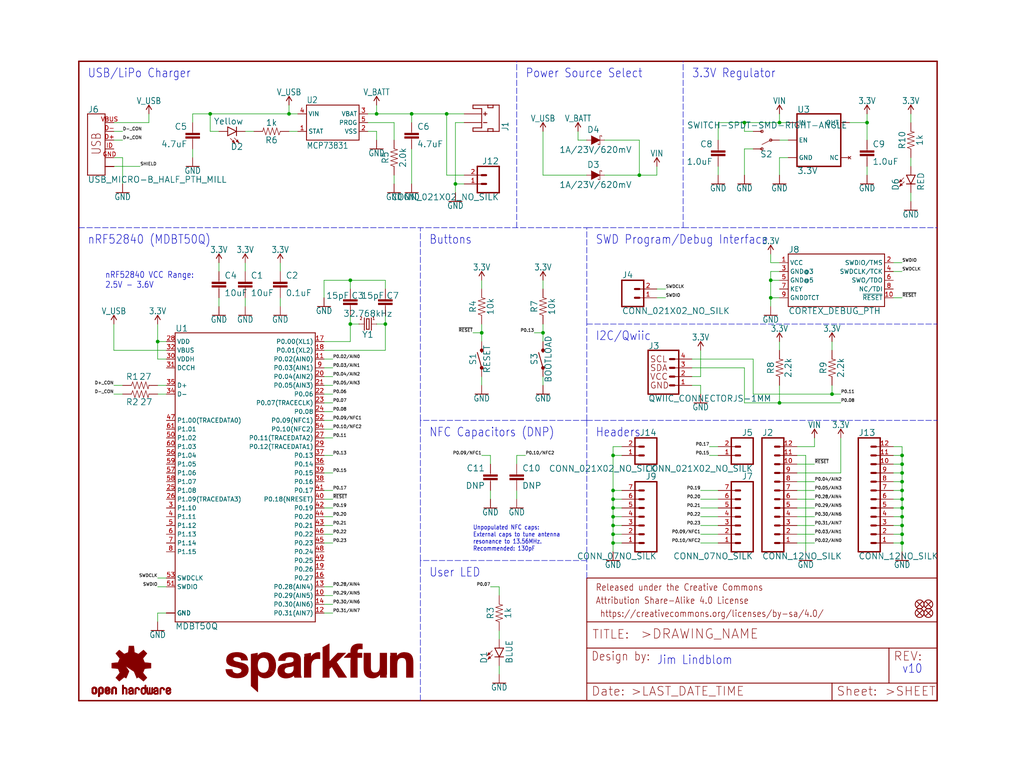
<source format=kicad_sch>
(kicad_sch (version 20211123) (generator eeschema)
  (paper "User" 297.002 223.926)
  (lib_symbols
    (symbol "eagleSchem-eagle-import:0.1UF-0603-25V-(+80{slash}-20%)"
      (property "Reference" "C" (at 1.524 2.921 0))
      (property "Value" "0.1UF-0603-25V-(+80{slash}-20%)" (at 1.524 -2.159 0))
      (symbol "0.1UF-0603-25V-(+80{slash}-20%)_1_0"
        (pin passive line (at 0 5.08 270) (length 2.54) (name "1") (number "1"))
        (pin passive line (at 0 -2.54 90) (length 2.54) (name "2") (number "2"))
      )
    )
    (symbol "eagleSchem-eagle-import:1.0UF-0603-16V-10%"
      (property "Reference" "C" (at 1.524 2.921 0))
      (property "Value" "1.0UF-0603-16V-10%" (at 1.524 -2.159 0))
      (symbol "1.0UF-0603-16V-10%_1_0"
        (pin passive line (at 0 5.08 270) (length 2.54) (name "1") (number "1"))
        (pin passive line (at 0 -2.54 90) (length 2.54) (name "2") (number "2"))
      )
    )
    (symbol "eagleSchem-eagle-import:10KOHM-0603-1{slash}10W-1%"
      (property "Reference" "R" (at 0 1.524 0))
      (property "Value" "10KOHM-0603-1{slash}10W-1%" (at 0 -1.524 0))
      (symbol "10KOHM-0603-1{slash}10W-1%_1_0"
        (pin passive line (at -5.08 0 0) (length 2.54) (name "1") (number "1"))
        (pin passive line (at 5.08 0 180) (length 2.54) (name "2") (number "2"))
      )
    )
    (symbol "eagleSchem-eagle-import:10UF-0603-6.3V-20%"
      (property "Reference" "C" (at 1.524 2.921 0))
      (property "Value" "10UF-0603-6.3V-20%" (at 1.524 -2.159 0))
      (symbol "10UF-0603-6.3V-20%_1_0"
        (pin passive line (at 0 5.08 270) (length 2.54) (name "1") (number "1"))
        (pin passive line (at 0 -2.54 90) (length 2.54) (name "2") (number "2"))
      )
    )
    (symbol "eagleSchem-eagle-import:15PF-0603-50V-5%"
      (property "Reference" "C" (at 1.524 2.921 0))
      (property "Value" "15PF-0603-50V-5%" (at 1.524 -2.159 0))
      (symbol "15PF-0603-50V-5%_1_0"
        (pin passive line (at 0 5.08 270) (length 2.54) (name "1") (number "1"))
        (pin passive line (at 0 -2.54 90) (length 2.54) (name "2") (number "2"))
      )
    )
    (symbol "eagleSchem-eagle-import:1KOHM-0603-1{slash}10W-1%"
      (property "Reference" "R" (at 0 1.524 0))
      (property "Value" "1KOHM-0603-1{slash}10W-1%" (at 0 -1.524 0))
      (symbol "1KOHM-0603-1{slash}10W-1%_1_0"
        (pin passive line (at -5.08 0 0) (length 2.54) (name "1") (number "1"))
        (pin passive line (at 5.08 0 180) (length 2.54) (name "2") (number "2"))
      )
    )
    (symbol "eagleSchem-eagle-import:2.0KOHM-0603-1{slash}10W-5%"
      (property "Reference" "R" (at 0 1.524 0))
      (property "Value" "2.0KOHM-0603-1{slash}10W-5%" (at 0 -1.524 0))
      (symbol "2.0KOHM-0603-1{slash}10W-5%_1_0"
        (pin passive line (at -5.08 0 0) (length 2.54) (name "1") (number "1"))
        (pin passive line (at 5.08 0 180) (length 2.54) (name "2") (number "2"))
      )
    )
    (symbol "eagleSchem-eagle-import:2.2KOHM-0603-1{slash}10W-1%"
      (property "Reference" "R" (at 0 1.524 0))
      (property "Value" "2.2KOHM-0603-1{slash}10W-1%" (at 0 -1.524 0))
      (symbol "2.2KOHM-0603-1{slash}10W-1%_1_0"
        (pin passive line (at -5.08 0 0) (length 2.54) (name "1") (number "1"))
        (pin passive line (at 5.08 0 180) (length 2.54) (name "2") (number "2"))
      )
    )
    (symbol "eagleSchem-eagle-import:270PF-0603-50V-5%"
      (property "Reference" "C" (at 1.524 2.921 0))
      (property "Value" "270PF-0603-50V-5%" (at 1.524 -2.159 0))
      (symbol "270PF-0603-50V-5%_1_0"
        (pin passive line (at 0 5.08 270) (length 2.54) (name "1") (number "1"))
        (pin passive line (at 0 -2.54 90) (length 2.54) (name "2") (number "2"))
      )
    )
    (symbol "eagleSchem-eagle-import:27OHM-0603-1{slash}10W-1%"
      (property "Reference" "R" (at 0 1.524 0))
      (property "Value" "27OHM-0603-1{slash}10W-1%" (at 0 -1.524 0))
      (symbol "27OHM-0603-1{slash}10W-1%_1_0"
        (pin passive line (at -5.08 0 0) (length 2.54) (name "1") (number "1"))
        (pin passive line (at 5.08 0 180) (length 2.54) (name "2") (number "2"))
      )
    )
    (symbol "eagleSchem-eagle-import:3.3V" (power)
      (property "Value" "3.3V" (at 0 2.794 0))
      (symbol "3.3V_1_0"
        (pin power_in line (at 0 0 90) (length 2.54) (name "3.3V") (number "1"))
      )
    )
    (symbol "eagleSchem-eagle-import:4.7UF-0603-6.3V-(10%)"
      (property "Reference" "C" (at 1.524 2.921 0))
      (property "Value" "4.7UF-0603-6.3V-(10%)" (at 1.524 -2.159 0))
      (symbol "4.7UF-0603-6.3V-(10%)_1_0"
        (pin passive line (at 0 5.08 270) (length 2.54) (name "1") (number "1"))
        (pin passive line (at 0 -2.54 90) (length 2.54) (name "2") (number "2"))
      )
    )
    (symbol "eagleSchem-eagle-import:CONN_021X02_NO_SILK"
      (property "Reference" "J" (at -2.54 5.588 0))
      (property "Value" "CONN_021X02_NO_SILK" (at -2.54 -4.826 0))
      (symbol "CONN_021X02_NO_SILK_1_0"
        (pin passive line (at 7.62 0 180) (length 5.08) (name "1") (number "1"))
        (pin passive line (at 7.62 2.54 180) (length 5.08) (name "2") (number "2"))
      )
    )
    (symbol "eagleSchem-eagle-import:CONN_07NO_SILK"
      (property "Reference" "J" (at -5.08 13.208 0))
      (property "Value" "CONN_07NO_SILK" (at -5.08 -9.906 0))
      (symbol "CONN_07NO_SILK_1_0"
        (pin passive line (at 5.08 -5.08 180) (length 5.08) (name "1") (number "1"))
        (pin passive line (at 5.08 -2.54 180) (length 5.08) (name "2") (number "2"))
        (pin passive line (at 5.08 0 180) (length 5.08) (name "3") (number "3"))
        (pin passive line (at 5.08 2.54 180) (length 5.08) (name "4") (number "4"))
        (pin passive line (at 5.08 5.08 180) (length 5.08) (name "5") (number "5"))
        (pin passive line (at 5.08 7.62 180) (length 5.08) (name "6") (number "6"))
        (pin passive line (at 5.08 10.16 180) (length 5.08) (name "7") (number "7"))
      )
    )
    (symbol "eagleSchem-eagle-import:CONN_12NO_SILK"
      (property "Reference" "J" (at 0 15.748 0))
      (property "Value" "CONN_12NO_SILK" (at 0 -20.066 0))
      (symbol "CONN_12NO_SILK_1_0"
        (pin passive line (at 10.16 -15.24 180) (length 5.08) (name "1") (number "1"))
        (pin passive line (at 10.16 7.62 180) (length 5.08) (name "10") (number "10"))
        (pin passive line (at 10.16 10.16 180) (length 5.08) (name "11") (number "11"))
        (pin passive line (at 10.16 12.7 180) (length 5.08) (name "12") (number "12"))
        (pin passive line (at 10.16 -12.7 180) (length 5.08) (name "2") (number "2"))
        (pin passive line (at 10.16 -10.16 180) (length 5.08) (name "3") (number "3"))
        (pin passive line (at 10.16 -7.62 180) (length 5.08) (name "4") (number "4"))
        (pin passive line (at 10.16 -5.08 180) (length 5.08) (name "5") (number "5"))
        (pin passive line (at 10.16 -2.54 180) (length 5.08) (name "6") (number "6"))
        (pin passive line (at 10.16 0 180) (length 5.08) (name "7") (number "7"))
        (pin passive line (at 10.16 2.54 180) (length 5.08) (name "8") (number "8"))
        (pin passive line (at 10.16 5.08 180) (length 5.08) (name "9") (number "9"))
      )
    )
    (symbol "eagleSchem-eagle-import:CORTEX_DEBUG_PTH"
      (property "Reference" "J" (at -12.7 7.874 0))
      (property "Value" "CORTEX_DEBUG_PTH" (at -12.7 -9.906 0))
      (symbol "CORTEX_DEBUG_PTH_1_0"
        (pin bidirectional line (at -15.24 5.08 0) (length 2.54) (name "VCC") (number "1"))
        (pin bidirectional line (at 17.78 -5.08 180) (length 2.54) (name "~{RESET}") (number "10"))
        (pin bidirectional line (at 17.78 5.08 180) (length 2.54) (name "SWDIO/TMS") (number "2"))
        (pin bidirectional line (at -15.24 2.54 0) (length 2.54) (name "GND@3") (number "3"))
        (pin bidirectional line (at 17.78 2.54 180) (length 2.54) (name "SWDCLK/TCK") (number "4"))
        (pin bidirectional line (at -15.24 0 0) (length 2.54) (name "GND@5") (number "5"))
        (pin bidirectional line (at 17.78 0 180) (length 2.54) (name "SWO/TDO") (number "6"))
        (pin bidirectional line (at -15.24 -2.54 0) (length 2.54) (name "KEY") (number "7"))
        (pin bidirectional line (at 17.78 -2.54 180) (length 2.54) (name "NC/TDI") (number "8"))
        (pin bidirectional line (at -15.24 -5.08 0) (length 2.54) (name "GNDDTCT") (number "9"))
      )
    )
    (symbol "eagleSchem-eagle-import:CRYSTAL-32.768KHZSMD-3.2X1.5"
      (property "Reference" "Y" (at 0 2.032 0))
      (property "Value" "CRYSTAL-32.768KHZSMD-3.2X1.5" (at 0 -2.032 0))
      (symbol "CRYSTAL-32.768KHZSMD-3.2X1.5_1_0"
        (text "1" (at -2.159 -1.143 0) (effects (font (size 0.8636 0.734)) (justify left bottom)))
        (text "2" (at 1.524 -1.143 0) (effects (font (size 0.8636 0.734)) (justify left bottom)))
        (pin passive line (at -2.54 0 0) (length 0) (name "1") (number "P$1"))
        (pin passive line (at 2.54 0 180) (length 0) (name "2") (number "P$2"))
      )
    )
    (symbol "eagleSchem-eagle-import:DIODE-SCHOTTKY-BAT20J"
      (property "Reference" "D" (at -2.54 2.032 0))
      (property "Value" "DIODE-SCHOTTKY-BAT20J" (at -2.54 -2.032 0))
      (symbol "DIODE-SCHOTTKY-BAT20J_1_0"
        (pin passive line (at -2.54 0 0) (length 0) (name "A") (number "A"))
        (pin passive line (at 2.54 0 180) (length 0) (name "C") (number "C"))
      )
    )
    (symbol "eagleSchem-eagle-import:FIDUCIALUFIDUCIAL")
    (symbol "eagleSchem-eagle-import:FRAME-LETTER"
      (symbol "FRAME-LETTER_2_0"
        (text " https://creativecommons.org/licenses/by-sa/4.0/" (at 2.54 24.13 0) (effects (font (size 1.9304 1.6408)) (justify left bottom)))
        (text ">DRAWING_NAME" (at 15.494 17.78 0) (effects (font (size 2.7432 2.7432)) (justify left bottom)))
        (text ">LAST_DATE_TIME" (at 12.7 1.27 0) (effects (font (size 2.54 2.54)) (justify left bottom)))
        (text ">SHEET" (at 86.36 1.27 0) (effects (font (size 2.54 2.54)) (justify left bottom)))
        (text "Attribution Share-Alike 4.0 License" (at 2.54 27.94 0) (effects (font (size 1.9304 1.6408)) (justify left bottom)))
        (text "Date:" (at 1.27 1.27 0) (effects (font (size 2.54 2.54)) (justify left bottom)))
        (text "Design by:" (at 1.27 11.43 0) (effects (font (size 2.54 2.159)) (justify left bottom)))
        (text "Released under the Creative Commons" (at 2.54 31.75 0) (effects (font (size 1.9304 1.6408)) (justify left bottom)))
        (text "REV:" (at 88.9 11.43 0) (effects (font (size 2.54 2.54)) (justify left bottom)))
        (text "Sheet:" (at 72.39 1.27 0) (effects (font (size 2.54 2.54)) (justify left bottom)))
        (text "TITLE:" (at 1.524 17.78 0) (effects (font (size 2.54 2.54)) (justify left bottom)))
      )
    )
    (symbol "eagleSchem-eagle-import:GND" (power)
      (property "Value" "GND" (at 0 -0.254 0))
      (symbol "GND_1_0"
        (pin power_in line (at 0 2.54 270) (length 2.54) (name "GND") (number "1"))
      )
    )
    (symbol "eagleSchem-eagle-import:JST_2MM_MALESMD"
      (property "Reference" "J" (at -2.54 5.842 0))
      (symbol "JST_2MM_MALESMD_1_0"
        (pin bidirectional line (at 0 -5.08 90) (length 5.08) (name "-") (number "1"))
        (pin bidirectional line (at 2.54 -5.08 90) (length 5.08) (name "+") (number "2"))
      )
    )
    (symbol "eagleSchem-eagle-import:LED-BLUE0603"
      (property "Reference" "D" (at -3.429 -4.572 90))
      (property "Value" "LED-BLUE0603" (at 1.905 -4.572 90))
      (symbol "LED-BLUE0603_1_0"
        (pin passive line (at 0 2.54 270) (length 2.54) (name "A") (number "A"))
        (pin passive line (at 0 -5.08 90) (length 2.54) (name "C") (number "C"))
      )
    )
    (symbol "eagleSchem-eagle-import:LED-RED0603"
      (property "Reference" "D" (at -3.429 -4.572 90))
      (property "Value" "LED-RED0603" (at 1.905 -4.572 90))
      (symbol "LED-RED0603_1_0"
        (pin passive line (at 0 2.54 270) (length 2.54) (name "A") (number "A"))
        (pin passive line (at 0 -5.08 90) (length 2.54) (name "C") (number "C"))
      )
    )
    (symbol "eagleSchem-eagle-import:LED-YELLOW0603"
      (property "Reference" "D" (at -3.429 -4.572 90))
      (property "Value" "LED-YELLOW0603" (at 1.905 -4.572 90))
      (symbol "LED-YELLOW0603_1_0"
        (pin passive line (at 0 2.54 270) (length 2.54) (name "A") (number "A"))
        (pin passive line (at 0 -5.08 90) (length 2.54) (name "C") (number "C"))
      )
    )
    (symbol "eagleSchem-eagle-import:MCP73831"
      (property "Reference" "U" (at -7.62 5.588 0))
      (property "Value" "MCP73831" (at -7.62 -7.62 0))
      (symbol "MCP73831_1_0"
        (pin output line (at -10.16 -2.54 0) (length 2.54) (name "STAT") (number "1"))
        (pin power_in line (at 10.16 -2.54 180) (length 2.54) (name "VSS") (number "2"))
        (pin power_in line (at 10.16 2.54 180) (length 2.54) (name "VBAT") (number "3"))
        (pin power_in line (at -10.16 2.54 0) (length 2.54) (name "VIN") (number "4"))
        (pin input line (at 10.16 0 180) (length 2.54) (name "PROG") (number "5"))
      )
    )
    (symbol "eagleSchem-eagle-import:MDBT50Q"
      (property "Reference" "U" (at -20.32 38.354 0))
      (property "Value" "MDBT50Q" (at -20.32 -45.974 0))
      (symbol "MDBT50Q_1_0"
        (pin bidirectional line (at -22.86 -43.18 0) (length 2.54) (name "GND") (number "1"))
        (pin bidirectional line (at 22.86 -38.1 180) (length 2.54) (name "P0.29(AIN5)") (number "10"))
        (pin bidirectional line (at 22.86 30.48 180) (length 2.54) (name "P0.02(AIN0)") (number "11"))
        (pin bidirectional line (at 22.86 -43.18 180) (length 2.54) (name "P0.31(AIN7)") (number "12"))
        (pin bidirectional line (at 22.86 -35.56 180) (length 2.54) (name "P0.28(AIN4)") (number "13"))
        (pin bidirectional line (at 22.86 -40.64 180) (length 2.54) (name "P0.30(AIN6)") (number "14"))
        (pin bidirectional line (at -22.86 -43.18 0) (length 2.54) (name "GND") (number "15"))
        (pin bidirectional line (at 22.86 -33.02 180) (length 2.54) (name "P0.27") (number "16"))
        (pin bidirectional line (at 22.86 35.56 180) (length 2.54) (name "P0.00(XL1)") (number "17"))
        (pin bidirectional line (at 22.86 33.02 180) (length 2.54) (name "P0.01(XL2)") (number "18"))
        (pin bidirectional line (at 22.86 -30.48 180) (length 2.54) (name "P0.26") (number "19"))
        (pin bidirectional line (at -22.86 -43.18 0) (length 2.54) (name "GND") (number "2"))
        (pin bidirectional line (at 22.86 25.4 180) (length 2.54) (name "P0.04(AIN2)") (number "20"))
        (pin bidirectional line (at 22.86 22.86 180) (length 2.54) (name "P0.05(AIN3)") (number "21"))
        (pin bidirectional line (at 22.86 20.32 180) (length 2.54) (name "P0.06") (number "22"))
        (pin bidirectional line (at 22.86 17.78 180) (length 2.54) (name "P0.07(TRACECLK)") (number "23"))
        (pin bidirectional line (at 22.86 15.24 180) (length 2.54) (name "P0.08") (number "24"))
        (pin bidirectional line (at -22.86 -7.62 0) (length 2.54) (name "P1.08") (number "25"))
        (pin bidirectional line (at -22.86 -10.16 0) (length 2.54) (name "P1.09(TRACEDATA3)") (number "26"))
        (pin bidirectional line (at 22.86 7.62 180) (length 2.54) (name "P0.11(TRACEDATA2)") (number "27"))
        (pin bidirectional line (at -22.86 35.56 0) (length 2.54) (name "VDD") (number "28"))
        (pin bidirectional line (at 22.86 5.08 180) (length 2.54) (name "P0.12(TRACEDATA1)") (number "29"))
        (pin bidirectional line (at -22.86 -12.7 0) (length 2.54) (name "P1.10") (number "3"))
        (pin bidirectional line (at -22.86 30.48 0) (length 2.54) (name "VDDH") (number "30"))
        (pin bidirectional line (at -22.86 27.94 0) (length 2.54) (name "DCCH") (number "31"))
        (pin bidirectional line (at -22.86 33.02 0) (length 2.54) (name "VBUS") (number "32"))
        (pin bidirectional line (at -22.86 -43.18 0) (length 2.54) (name "GND") (number "33"))
        (pin bidirectional line (at -22.86 20.32 0) (length 2.54) (name "D-") (number "34"))
        (pin bidirectional line (at -22.86 22.86 0) (length 2.54) (name "D+") (number "35"))
        (pin bidirectional line (at 22.86 0 180) (length 2.54) (name "P0.14") (number "36"))
        (pin bidirectional line (at 22.86 2.54 180) (length 2.54) (name "P0.13") (number "37"))
        (pin bidirectional line (at 22.86 -5.08 180) (length 2.54) (name "P0.16") (number "38"))
        (pin bidirectional line (at 22.86 -2.54 180) (length 2.54) (name "P0.15") (number "39"))
        (pin bidirectional line (at -22.86 -15.24 0) (length 2.54) (name "P1.11") (number "4"))
        (pin bidirectional line (at 22.86 -10.16 180) (length 2.54) (name "P0.18(NRESET)") (number "40"))
        (pin bidirectional line (at 22.86 -7.62 180) (length 2.54) (name "P0.17") (number "41"))
        (pin bidirectional line (at 22.86 -12.7 180) (length 2.54) (name "P0.19") (number "42"))
        (pin bidirectional line (at 22.86 -17.78 180) (length 2.54) (name "P0.21") (number "43"))
        (pin bidirectional line (at 22.86 -15.24 180) (length 2.54) (name "P0.20") (number "44"))
        (pin bidirectional line (at 22.86 -22.86 180) (length 2.54) (name "P0.23") (number "45"))
        (pin bidirectional line (at 22.86 -20.32 180) (length 2.54) (name "P0.22") (number "46"))
        (pin bidirectional line (at -22.86 12.7 0) (length 2.54) (name "P1.00(TRACEDATA0)") (number "47"))
        (pin bidirectional line (at 22.86 -25.4 180) (length 2.54) (name "P0.24") (number "48"))
        (pin bidirectional line (at 22.86 -27.94 180) (length 2.54) (name "P0.25") (number "49"))
        (pin bidirectional line (at -22.86 -17.78 0) (length 2.54) (name "P1.12") (number "5"))
        (pin bidirectional line (at -22.86 7.62 0) (length 2.54) (name "P1.02") (number "50"))
        (pin bidirectional line (at -22.86 -35.56 0) (length 2.54) (name "SWDIO") (number "51"))
        (pin bidirectional line (at 22.86 12.7 180) (length 2.54) (name "P0.09(NFC1)") (number "52"))
        (pin bidirectional line (at -22.86 -33.02 0) (length 2.54) (name "SWDCLK") (number "53"))
        (pin bidirectional line (at 22.86 10.16 180) (length 2.54) (name "P0.10(NFC2)") (number "54"))
        (pin bidirectional line (at -22.86 -43.18 0) (length 2.54) (name "GND") (number "55"))
        (pin bidirectional line (at -22.86 2.54 0) (length 2.54) (name "P1.04") (number "56"))
        (pin bidirectional line (at -22.86 -2.54 0) (length 2.54) (name "P1.06") (number "57"))
        (pin bidirectional line (at -22.86 -5.08 0) (length 2.54) (name "P1.07") (number "58"))
        (pin bidirectional line (at -22.86 0 0) (length 2.54) (name "P1.05") (number "59"))
        (pin bidirectional line (at -22.86 -20.32 0) (length 2.54) (name "P1.13") (number "6"))
        (pin bidirectional line (at -22.86 5.08 0) (length 2.54) (name "P1.03") (number "60"))
        (pin bidirectional line (at -22.86 10.16 0) (length 2.54) (name "P1.01") (number "61"))
        (pin bidirectional line (at -22.86 -22.86 0) (length 2.54) (name "P1.14") (number "7"))
        (pin bidirectional line (at -22.86 -25.4 0) (length 2.54) (name "P1.15") (number "8"))
        (pin bidirectional line (at 22.86 27.94 180) (length 2.54) (name "P0.03(AIN1)") (number "9"))
      )
    )
    (symbol "eagleSchem-eagle-import:MOMENTARY-SWITCH-SPST-SMD-RIGHT-ANGLE"
      (property "Reference" "S" (at 0 1.524 0))
      (property "Value" "MOMENTARY-SWITCH-SPST-SMD-RIGHT-ANGLE" (at 0 -0.508 0))
      (symbol "MOMENTARY-SWITCH-SPST-SMD-RIGHT-ANGLE_1_0"
        (pin passive line (at -5.08 0 0) (length 2.54) (name "1") (number "1"))
        (pin passive line (at 5.08 0 180) (length 2.54) (name "2") (number "2"))
      )
    )
    (symbol "eagleSchem-eagle-import:OSHW-LOGOS")
    (symbol "eagleSchem-eagle-import:QWIIC_CONNECTORJS-1MM"
      (property "Reference" "J" (at -5.08 7.874 0))
      (property "Value" "QWIIC_CONNECTORJS-1MM" (at -5.08 -5.334 0))
      (symbol "QWIIC_CONNECTORJS-1MM_1_0"
        (text "GND" (at -4.572 -2.54 0) (effects (font (size 1.778 1.778)) (justify left)))
        (text "SCL" (at -4.572 5.08 0) (effects (font (size 1.778 1.778)) (justify left)))
        (text "SDA" (at -4.572 2.54 0) (effects (font (size 1.778 1.778)) (justify left)))
        (text "VCC" (at -4.572 0 0) (effects (font (size 1.778 1.778)) (justify left)))
        (pin power_in line (at 7.62 -2.54 180) (length 5.08) (name "1") (number "1"))
        (pin power_in line (at 7.62 0 180) (length 5.08) (name "2") (number "2"))
        (pin passive line (at 7.62 2.54 180) (length 5.08) (name "3") (number "3"))
        (pin passive line (at 7.62 5.08 180) (length 5.08) (name "4") (number "4"))
      )
    )
    (symbol "eagleSchem-eagle-import:SFE_LOGO_NAME.2_INCH")
    (symbol "eagleSchem-eagle-import:SWITCH-SPDT-SMD-RIGHT-ANGLE"
      (property "Reference" "S" (at 1.27 3.048 0))
      (property "Value" "SWITCH-SPDT-SMD-RIGHT-ANGLE" (at 1.016 -3.302 0))
      (symbol "SWITCH-SPDT-SMD-RIGHT-ANGLE_1_0"
        (pin passive line (at 5.08 2.54 180) (length 2.54) (name "O") (number "1"))
        (pin passive line (at -2.54 0 0) (length 2.54) (name "P") (number "2"))
        (pin passive line (at 5.08 -2.54 180) (length 2.54) (name "S") (number "3"))
      )
    )
    (symbol "eagleSchem-eagle-import:USB_MICRO-B_HALF_PTH_MILL"
      (property "Reference" "J" (at -2.54 10.414 0))
      (property "Value" "USB_MICRO-B_HALF_PTH_MILL" (at -2.54 -9.906 0))
      (symbol "USB_MICRO-B_HALF_PTH_MILL_1_0"
        (text "USB" (at 0 1.524 900) (effects (font (size 2.54 2.159))))
        (pin bidirectional line (at 5.08 2.54 180) (length 2.54) (name "D+") (number "D+"))
        (pin bidirectional line (at 5.08 5.08 180) (length 2.54) (name "D-") (number "D-"))
        (pin power_in line (at 5.08 -2.54 180) (length 2.54) (name "GND") (number "GND"))
        (pin bidirectional line (at 5.08 0 180) (length 2.54) (name "ID") (number "ID"))
        (pin bidirectional line (at 5.08 -5.08 180) (length 2.54) (name "SHIELD") (number "SHIELD"))
        (pin bidirectional line (at 5.08 -5.08 180) (length 2.54) (name "SHIELD") (number "SHIELD10"))
        (pin bidirectional line (at 5.08 -5.08 180) (length 2.54) (name "SHIELD") (number "SHIELD2"))
        (pin bidirectional line (at 5.08 -5.08 180) (length 2.54) (name "SHIELD") (number "SHIELD3"))
        (pin bidirectional line (at 5.08 -5.08 180) (length 2.54) (name "SHIELD") (number "SHIELD4"))
        (pin bidirectional line (at 5.08 -5.08 180) (length 2.54) (name "SHIELD") (number "SHIELD5"))
        (pin bidirectional line (at 5.08 -5.08 180) (length 2.54) (name "SHIELD") (number "SHIELD6"))
        (pin bidirectional line (at 5.08 -5.08 180) (length 2.54) (name "SHIELD") (number "SHIELD7"))
        (pin bidirectional line (at 5.08 -5.08 180) (length 2.54) (name "SHIELD") (number "SHIELD8"))
        (pin bidirectional line (at 5.08 -5.08 180) (length 2.54) (name "SHIELD") (number "SHIELD9"))
        (pin power_in line (at 5.08 7.62 180) (length 2.54) (name "VBUS") (number "VBUS"))
      )
    )
    (symbol "eagleSchem-eagle-import:VIN" (power)
      (property "Value" "VIN" (at 0 2.794 0))
      (symbol "VIN_1_0"
        (pin power_in line (at 0 0 90) (length 2.54) (name "VIN") (number "1"))
      )
    )
    (symbol "eagleSchem-eagle-import:V_BATT" (power)
      (property "Value" "V_BATT" (at 0 2.794 0))
      (symbol "V_BATT_1_0"
        (pin power_in line (at 0 0 90) (length 2.54) (name "V_BATT") (number "1"))
      )
    )
    (symbol "eagleSchem-eagle-import:V_REG_AP2112K-3.3V"
      (property "Reference" "U" (at -7.62 7.874 0))
      (property "Value" "V_REG_AP2112K-3.3V" (at -7.62 -7.874 0))
      (symbol "V_REG_AP2112K-3.3V_1_0"
        (pin input line (at -10.16 5.08 0) (length 2.54) (name "IN") (number "1"))
        (pin input line (at -10.16 -5.08 0) (length 2.54) (name "GND") (number "2"))
        (pin input line (at -10.16 0 0) (length 2.54) (name "EN") (number "3"))
        (pin no_connect line (at 7.62 -5.08 180) (length 2.54) (name "NC") (number "4"))
        (pin passive line (at 7.62 5.08 180) (length 2.54) (name "OUT") (number "5"))
      )
    )
    (symbol "eagleSchem-eagle-import:V_USB" (power)
      (property "Value" "V_USB" (at 0 2.794 0))
      (symbol "V_USB_1_0"
        (pin power_in line (at 0 0 90) (length 2.54) (name "V_USB") (number "1"))
      )
    )
  )
  (junction (at 177.8 154.94))
  (junction (at 177.8 157.48))
  (junction (at 261.62 152.4))
  (junction (at 119.38 33.02))
  (junction (at 132.08 53.34))
  (junction (at 223.52 81.28))
  (junction (at 139.7 96.52))
  (junction (at 45.72 99.06))
  (junction (at 177.8 144.78))
  (junction (at 177.8 149.86))
  (junction (at 177.8 152.4))
  (junction (at 261.62 137.16))
  (junction (at 261.62 134.62))
  (junction (at 261.62 154.94))
  (junction (at 177.8 142.24))
  (junction (at 261.62 149.86))
  (junction (at 261.62 147.32))
  (junction (at 60.96 33.02))
  (junction (at 83.82 33.02))
  (junction (at 251.46 35.56))
  (junction (at 261.62 144.78))
  (junction (at 223.52 86.36))
  (junction (at 261.62 132.08))
  (junction (at 215.9 35.56))
  (junction (at 177.8 132.08))
  (junction (at 109.22 33.02))
  (junction (at 261.62 139.7))
  (junction (at 111.76 93.98))
  (junction (at 226.06 35.56))
  (junction (at 241.3 114.3))
  (junction (at 261.62 142.24))
  (junction (at 101.6 81.28))
  (junction (at 177.8 147.32))
  (junction (at 185.42 50.8))
  (junction (at 226.06 116.84))
  (junction (at 157.48 96.52))
  (junction (at 129.54 33.02))
  (junction (at 101.6 93.98))
  (junction (at 261.62 157.48))
  (wire (pts (xy 259.08 76.2) (xy 261.62 76.2)))
  (wire (pts (xy 93.98 114.3) (xy 96.52 114.3)))
  (polyline (pts (xy 149.86 66.04) (xy 149.86 17.78)))
  (wire (pts (xy 149.86 144.78) (xy 149.86 142.24)))
  (wire (pts (xy 48.26 177.8) (xy 45.72 177.8)))
  (wire (pts (xy 149.86 134.62) (xy 149.86 132.08)))
  (wire (pts (xy 63.5 38.1) (xy 60.96 38.1)))
  (wire (pts (xy 35.56 114.3) (xy 33.02 114.3)))
  (wire (pts (xy 93.98 152.4) (xy 96.52 152.4)))
  (wire (pts (xy 226.06 116.84) (xy 226.06 111.76)))
  (wire (pts (xy 231.14 144.78) (xy 236.22 144.78)))
  (wire (pts (xy 259.08 149.86) (xy 261.62 149.86)))
  (wire (pts (xy 83.82 30.48) (xy 83.82 33.02)))
  (wire (pts (xy 93.98 127) (xy 96.52 127)))
  (wire (pts (xy 180.34 152.4) (xy 177.8 152.4)))
  (wire (pts (xy 43.18 35.56) (xy 43.18 33.02)))
  (wire (pts (xy 259.08 134.62) (xy 261.62 134.62)))
  (wire (pts (xy 134.62 50.8) (xy 129.54 50.8)))
  (wire (pts (xy 226.06 76.2) (xy 223.52 76.2)))
  (wire (pts (xy 226.06 35.56) (xy 226.06 33.02)))
  (wire (pts (xy 45.72 111.76) (xy 48.26 111.76)))
  (wire (pts (xy 231.14 132.08) (xy 233.68 132.08)))
  (wire (pts (xy 177.8 157.48) (xy 177.8 160.02)))
  (wire (pts (xy 93.98 170.18) (xy 96.52 170.18)))
  (wire (pts (xy 185.42 50.8) (xy 190.5 50.8)))
  (wire (pts (xy 251.46 35.56) (xy 251.46 33.02)))
  (wire (pts (xy 208.28 142.24) (xy 203.2 142.24)))
  (wire (pts (xy 93.98 111.76) (xy 96.52 111.76)))
  (wire (pts (xy 157.48 93.98) (xy 157.48 96.52)))
  (wire (pts (xy 144.78 170.18) (xy 142.24 170.18)))
  (wire (pts (xy 111.76 83.82) (xy 111.76 81.28)))
  (wire (pts (xy 139.7 93.98) (xy 139.7 96.52)))
  (wire (pts (xy 223.52 78.74) (xy 223.52 81.28)))
  (wire (pts (xy 208.28 132.08) (xy 205.74 132.08)))
  (wire (pts (xy 93.98 137.16) (xy 96.52 137.16)))
  (wire (pts (xy 93.98 142.24) (xy 96.52 142.24)))
  (wire (pts (xy 190.5 86.36) (xy 193.04 86.36)))
  (wire (pts (xy 177.8 144.78) (xy 177.8 147.32)))
  (wire (pts (xy 226.06 116.84) (xy 243.84 116.84)))
  (wire (pts (xy 208.28 129.54) (xy 205.74 129.54)))
  (wire (pts (xy 228.6 40.64) (xy 226.06 40.64)))
  (wire (pts (xy 208.28 152.4) (xy 203.2 152.4)))
  (polyline (pts (xy 121.92 203.2) (xy 121.92 162.56)))
  (wire (pts (xy 218.44 114.3) (xy 241.3 114.3)))
  (wire (pts (xy 208.28 149.86) (xy 203.2 149.86)))
  (wire (pts (xy 200.66 106.68) (xy 215.9 106.68)))
  (wire (pts (xy 106.68 33.02) (xy 109.22 33.02)))
  (wire (pts (xy 259.08 78.74) (xy 261.62 78.74)))
  (wire (pts (xy 111.76 101.6) (xy 111.76 93.98)))
  (wire (pts (xy 208.28 147.32) (xy 203.2 147.32)))
  (wire (pts (xy 55.88 45.72) (xy 55.88 43.18)))
  (wire (pts (xy 144.78 195.58) (xy 144.78 193.04)))
  (wire (pts (xy 228.6 45.72) (xy 226.06 45.72)))
  (wire (pts (xy 167.64 40.64) (xy 167.64 38.1)))
  (wire (pts (xy 259.08 152.4) (xy 261.62 152.4)))
  (wire (pts (xy 261.62 157.48) (xy 261.62 160.02)))
  (wire (pts (xy 208.28 35.56) (xy 215.9 35.56)))
  (wire (pts (xy 208.28 144.78) (xy 203.2 144.78)))
  (wire (pts (xy 93.98 172.72) (xy 96.52 172.72)))
  (wire (pts (xy 157.48 96.52) (xy 154.94 96.52)))
  (wire (pts (xy 71.12 38.1) (xy 73.66 38.1)))
  (wire (pts (xy 93.98 144.78) (xy 96.52 144.78)))
  (wire (pts (xy 180.34 142.24) (xy 177.8 142.24)))
  (wire (pts (xy 264.16 58.42) (xy 264.16 55.88)))
  (wire (pts (xy 241.3 99.06) (xy 241.3 101.6)))
  (wire (pts (xy 259.08 157.48) (xy 261.62 157.48)))
  (wire (pts (xy 236.22 129.54) (xy 236.22 127)))
  (wire (pts (xy 93.98 149.86) (xy 96.52 149.86)))
  (wire (pts (xy 93.98 132.08) (xy 96.52 132.08)))
  (wire (pts (xy 93.98 119.38) (xy 96.52 119.38)))
  (wire (pts (xy 101.6 81.28) (xy 93.98 81.28)))
  (wire (pts (xy 134.62 53.34) (xy 132.08 53.34)))
  (wire (pts (xy 177.8 154.94) (xy 177.8 157.48)))
  (wire (pts (xy 101.6 93.98) (xy 101.6 91.44)))
  (wire (pts (xy 208.28 48.26) (xy 208.28 50.8)))
  (wire (pts (xy 228.6 35.56) (xy 226.06 35.56)))
  (wire (pts (xy 149.86 132.08) (xy 152.4 132.08)))
  (wire (pts (xy 243.84 137.16) (xy 243.84 127)))
  (wire (pts (xy 63.5 76.2) (xy 63.5 78.74)))
  (wire (pts (xy 200.66 104.14) (xy 218.44 104.14)))
  (wire (pts (xy 231.14 157.48) (xy 236.22 157.48)))
  (wire (pts (xy 215.9 35.56) (xy 226.06 35.56)))
  (wire (pts (xy 101.6 83.82) (xy 101.6 81.28)))
  (wire (pts (xy 190.5 50.8) (xy 190.5 48.26)))
  (wire (pts (xy 33.02 48.26) (xy 40.64 48.26)))
  (wire (pts (xy 35.56 111.76) (xy 33.02 111.76)))
  (wire (pts (xy 226.06 81.28) (xy 223.52 81.28)))
  (wire (pts (xy 208.28 35.56) (xy 208.28 40.64)))
  (wire (pts (xy 261.62 152.4) (xy 261.62 154.94)))
  (wire (pts (xy 109.22 33.02) (xy 109.22 30.48)))
  (wire (pts (xy 129.54 50.8) (xy 129.54 33.02)))
  (wire (pts (xy 83.82 33.02) (xy 86.36 33.02)))
  (wire (pts (xy 259.08 129.54) (xy 261.62 129.54)))
  (wire (pts (xy 71.12 88.9) (xy 71.12 86.36)))
  (wire (pts (xy 81.28 88.9) (xy 81.28 86.36)))
  (wire (pts (xy 111.76 93.98) (xy 111.76 91.44)))
  (wire (pts (xy 157.48 50.8) (xy 170.18 50.8)))
  (wire (pts (xy 251.46 35.56) (xy 246.38 35.56)))
  (wire (pts (xy 259.08 132.08) (xy 261.62 132.08)))
  (wire (pts (xy 144.78 182.88) (xy 144.78 185.42)))
  (wire (pts (xy 104.14 93.98) (xy 101.6 93.98)))
  (wire (pts (xy 93.98 177.8) (xy 96.52 177.8)))
  (wire (pts (xy 109.22 38.1) (xy 109.22 40.64)))
  (wire (pts (xy 231.14 137.16) (xy 243.84 137.16)))
  (polyline (pts (xy 198.12 66.04) (xy 198.12 17.78)))
  (wire (pts (xy 83.82 38.1) (xy 86.36 38.1)))
  (wire (pts (xy 35.56 45.72) (xy 35.56 53.34)))
  (wire (pts (xy 45.72 104.14) (xy 45.72 99.06)))
  (wire (pts (xy 215.9 106.68) (xy 215.9 116.84)))
  (wire (pts (xy 81.28 76.2) (xy 81.28 78.74)))
  (wire (pts (xy 259.08 147.32) (xy 261.62 147.32)))
  (wire (pts (xy 139.7 111.76) (xy 139.7 109.22)))
  (polyline (pts (xy 170.18 93.98) (xy 170.18 66.04)))
  (wire (pts (xy 218.44 43.18) (xy 215.9 43.18)))
  (wire (pts (xy 157.48 111.76) (xy 157.48 109.22)))
  (wire (pts (xy 119.38 33.02) (xy 119.38 35.56)))
  (wire (pts (xy 180.34 132.08) (xy 177.8 132.08)))
  (wire (pts (xy 261.62 147.32) (xy 261.62 149.86)))
  (wire (pts (xy 215.9 116.84) (xy 226.06 116.84)))
  (wire (pts (xy 177.8 149.86) (xy 177.8 152.4)))
  (wire (pts (xy 261.62 137.16) (xy 261.62 139.7)))
  (wire (pts (xy 48.26 99.06) (xy 45.72 99.06)))
  (wire (pts (xy 251.46 40.64) (xy 251.46 35.56)))
  (wire (pts (xy 142.24 132.08) (xy 139.7 132.08)))
  (polyline (pts (xy 170.18 93.98) (xy 271.78 93.98)))
  (wire (pts (xy 231.14 154.94) (xy 236.22 154.94)))
  (wire (pts (xy 177.8 129.54) (xy 177.8 132.08)))
  (wire (pts (xy 203.2 111.76) (xy 203.2 114.3)))
  (wire (pts (xy 93.98 99.06) (xy 101.6 99.06)))
  (polyline (pts (xy 170.18 121.92) (xy 170.18 93.98)))
  (wire (pts (xy 215.9 43.18) (xy 215.9 50.8)))
  (wire (pts (xy 223.52 76.2) (xy 223.52 73.66)))
  (wire (pts (xy 93.98 175.26) (xy 96.52 175.26)))
  (wire (pts (xy 259.08 137.16) (xy 261.62 137.16)))
  (wire (pts (xy 261.62 132.08) (xy 261.62 134.62)))
  (wire (pts (xy 185.42 50.8) (xy 175.26 50.8)))
  (wire (pts (xy 215.9 38.1) (xy 215.9 35.56)))
  (wire (pts (xy 180.34 129.54) (xy 177.8 129.54)))
  (wire (pts (xy 93.98 104.14) (xy 96.52 104.14)))
  (wire (pts (xy 180.34 147.32) (xy 177.8 147.32)))
  (wire (pts (xy 111.76 81.28) (xy 101.6 81.28)))
  (wire (pts (xy 93.98 147.32) (xy 96.52 147.32)))
  (polyline (pts (xy 170.18 162.56) (xy 170.18 121.92)))
  (wire (pts (xy 259.08 154.94) (xy 261.62 154.94)))
  (wire (pts (xy 60.96 33.02) (xy 55.88 33.02)))
  (wire (pts (xy 226.06 86.36) (xy 223.52 86.36)))
  (wire (pts (xy 142.24 144.78) (xy 142.24 142.24)))
  (wire (pts (xy 231.14 134.62) (xy 236.22 134.62)))
  (wire (pts (xy 132.08 53.34) (xy 132.08 55.88)))
  (wire (pts (xy 259.08 139.7) (xy 261.62 139.7)))
  (wire (pts (xy 261.62 154.94) (xy 261.62 157.48)))
  (wire (pts (xy 208.28 154.94) (xy 203.2 154.94)))
  (wire (pts (xy 157.48 96.52) (xy 157.48 99.06)))
  (wire (pts (xy 48.26 167.64) (xy 45.72 167.64)))
  (wire (pts (xy 261.62 144.78) (xy 261.62 147.32)))
  (wire (pts (xy 208.28 157.48) (xy 203.2 157.48)))
  (wire (pts (xy 261.62 139.7) (xy 261.62 142.24)))
  (wire (pts (xy 45.72 114.3) (xy 48.26 114.3)))
  (polyline (pts (xy 121.92 162.56) (xy 121.92 121.92)))
  (wire (pts (xy 33.02 38.1) (xy 35.56 38.1)))
  (wire (pts (xy 119.38 53.34) (xy 119.38 43.18)))
  (polyline (pts (xy 170.18 167.64) (xy 170.18 162.56)))
  (wire (pts (xy 132.08 35.56) (xy 132.08 53.34)))
  (wire (pts (xy 218.44 104.14) (xy 218.44 114.3)))
  (wire (pts (xy 259.08 142.24) (xy 261.62 142.24)))
  (wire (pts (xy 231.14 142.24) (xy 236.22 142.24)))
  (wire (pts (xy 139.7 96.52) (xy 139.7 99.06)))
  (wire (pts (xy 93.98 157.48) (xy 96.52 157.48)))
  (wire (pts (xy 114.3 35.56) (xy 114.3 40.64)))
  (polyline (pts (xy 170.18 121.92) (xy 121.92 121.92)))
  (wire (pts (xy 177.8 147.32) (xy 177.8 149.86)))
  (wire (pts (xy 114.3 53.34) (xy 114.3 50.8)))
  (wire (pts (xy 170.18 40.64) (xy 167.64 40.64)))
  (polyline (pts (xy 170.18 121.92) (xy 271.78 121.92)))
  (wire (pts (xy 231.14 139.7) (xy 236.22 139.7)))
  (wire (pts (xy 223.52 86.36) (xy 223.52 88.9)))
  (wire (pts (xy 48.26 170.18) (xy 45.72 170.18)))
  (wire (pts (xy 180.34 157.48) (xy 177.8 157.48)))
  (wire (pts (xy 106.68 35.56) (xy 114.3 35.56)))
  (wire (pts (xy 119.38 33.02) (xy 129.54 33.02)))
  (wire (pts (xy 251.46 50.8) (xy 251.46 48.26)))
  (wire (pts (xy 223.52 81.28) (xy 223.52 86.36)))
  (wire (pts (xy 231.14 147.32) (xy 236.22 147.32)))
  (wire (pts (xy 93.98 116.84) (xy 96.52 116.84)))
  (wire (pts (xy 33.02 45.72) (xy 35.56 45.72)))
  (wire (pts (xy 33.02 40.64) (xy 35.56 40.64)))
  (wire (pts (xy 60.96 33.02) (xy 83.82 33.02)))
  (wire (pts (xy 264.16 48.26) (xy 264.16 45.72)))
  (wire (pts (xy 233.68 132.08) (xy 233.68 160.02)))
  (wire (pts (xy 180.34 154.94) (xy 177.8 154.94)))
  (wire (pts (xy 218.44 38.1) (xy 215.9 38.1)))
  (polyline (pts (xy 121.92 121.92) (xy 121.92 66.04)))
  (wire (pts (xy 157.48 81.28) (xy 157.48 83.82)))
  (wire (pts (xy 45.72 99.06) (xy 45.72 93.98)))
  (wire (pts (xy 190.5 83.82) (xy 193.04 83.82)))
  (wire (pts (xy 261.62 149.86) (xy 261.62 152.4)))
  (wire (pts (xy 180.34 149.86) (xy 177.8 149.86)))
  (wire (pts (xy 226.06 99.06) (xy 226.06 101.6)))
  (wire (pts (xy 60.96 38.1) (xy 60.96 33.02)))
  (wire (pts (xy 33.02 101.6) (xy 33.02 93.98)))
  (wire (pts (xy 231.14 149.86) (xy 236.22 149.86)))
  (wire (pts (xy 203.2 109.22) (xy 203.2 101.6)))
  (wire (pts (xy 231.14 129.54) (xy 236.22 129.54)))
  (wire (pts (xy 261.62 142.24) (xy 261.62 144.78)))
  (wire (pts (xy 109.22 33.02) (xy 119.38 33.02)))
  (wire (pts (xy 200.66 111.76) (xy 203.2 111.76)))
  (wire (pts (xy 177.8 152.4) (xy 177.8 154.94)))
  (wire (pts (xy 241.3 114.3) (xy 241.3 111.76)))
  (wire (pts (xy 48.26 104.14) (xy 45.72 104.14)))
  (wire (pts (xy 129.54 33.02) (xy 134.62 33.02)))
  (wire (pts (xy 185.42 40.64) (xy 185.42 50.8)))
  (polyline (pts (xy 198.12 66.04) (xy 271.78 66.04)))
  (wire (pts (xy 180.34 144.78) (xy 177.8 144.78)))
  (wire (pts (xy 55.88 33.02) (xy 55.88 35.56)))
  (wire (pts (xy 71.12 76.2) (xy 71.12 78.74)))
  (wire (pts (xy 93.98 101.6) (xy 111.76 101.6)))
  (wire (pts (xy 175.26 40.64) (xy 185.42 40.64)))
  (wire (pts (xy 200.66 109.22) (xy 203.2 109.22)))
  (wire (pts (xy 157.48 50.8) (xy 157.48 38.1)))
  (wire (pts (xy 226.06 45.72) (xy 226.06 50.8)))
  (wire (pts (xy 231.14 152.4) (xy 236.22 152.4)))
  (wire (pts (xy 33.02 35.56) (xy 43.18 35.56)))
  (wire (pts (xy 241.3 114.3) (xy 243.84 114.3)))
  (wire (pts (xy 63.5 88.9) (xy 63.5 86.36)))
  (wire (pts (xy 93.98 154.94) (xy 96.52 154.94)))
  (wire (pts (xy 134.62 35.56) (xy 132.08 35.56)))
  (wire (pts (xy 177.8 132.08) (xy 177.8 142.24)))
  (wire (pts (xy 259.08 144.78) (xy 261.62 144.78)))
  (wire (pts (xy 93.98 124.46) (xy 96.52 124.46)))
  (wire (pts (xy 261.62 134.62) (xy 261.62 137.16)))
  (wire (pts (xy 261.62 129.54) (xy 261.62 132.08)))
  (wire (pts (xy 139.7 96.52) (xy 137.16 96.52)))
  (wire (pts (xy 93.98 86.36) (xy 93.98 81.28)))
  (wire (pts (xy 45.72 177.8) (xy 45.72 180.34)))
  (wire (pts (xy 93.98 106.68) (xy 96.52 106.68)))
  (polyline (pts (xy 170.18 162.56) (xy 121.92 162.56)))
  (wire (pts (xy 48.26 101.6) (xy 33.02 101.6)))
  (wire (pts (xy 142.24 134.62) (xy 142.24 132.08)))
  (polyline (pts (xy 22.86 66.04) (xy 170.18 66.04)))
  (wire (pts (xy 177.8 142.24) (xy 177.8 144.78)))
  (wire (pts (xy 226.06 78.74) (xy 223.52 78.74)))
  (wire (pts (xy 139.7 83.82) (xy 139.7 81.28)))
  (wire (pts (xy 259.08 86.36) (xy 261.62 86.36)))
  (polyline (pts (xy 170.18 66.04) (xy 198.12 66.04)))
  (wire (pts (xy 101.6 99.06) (xy 101.6 93.98)))
  (wire (pts (xy 93.98 109.22) (xy 96.52 109.22)))
  (wire (pts (xy 106.68 38.1) (xy 109.22 38.1)))
  (wire (pts (xy 264.16 33.02) (xy 264.16 35.56)))
  (wire (pts (xy 109.22 93.98) (xy 111.76 93.98)))
  (wire (pts (xy 93.98 121.92) (xy 96.52 121.92)))
  (wire (pts (xy 144.78 172.72) (xy 144.78 170.18)))
  (text "USB/LiPo Charger" (at 25.4 22.86 180) (effects (font (size 2.54 2.159)) (justify left bottom)))
  (text "v10" (at 261.62 195.58 180) (effects (font (size 2.54 2.159)) (justify left bottom)))
  (text "Unpopulated NFC caps:\nExternal caps to tune antenna\nresonance to 13.56MHz.\nRecommended: 130pF" (at 137.16 160.02 0) (effects (font (size 1.27 1.0795)) (justify left bottom)))
  (text "SWD Program/Debug Interface" (at 172.72 71.12 180) (effects (font (size 2.54 2.159)) (justify left bottom)))
  (text "3.3V Regulator" (at 200.66 22.86 180) (effects (font (size 2.54 2.159)) (justify left bottom)))
  (text "User LED" (at 124.46 167.64 180) (effects (font (size 2.54 2.159)) (justify left bottom)))
  (text "Buttons" (at 124.46 71.12 180) (effects (font (size 2.54 2.159)) (justify left bottom)))
  (text "Power Source Select" (at 152.4 22.86 180) (effects (font (size 2.54 2.159)) (justify left bottom)))
  (text "I2C/Qwiic" (at 172.72 99.06 180) (effects (font (size 2.54 2.159)) (justify left bottom)))
  (text "Jim Lindblom" (at 190.5 193.04 180) (effects (font (size 2.54 2.159)) (justify left bottom)))
  (text "nRF52840 VCC Range:\n2.5V - 3.6V" (at 30.48 83.82 180) (effects (font (size 1.778 1.5113)) (justify left bottom)))
  (text "nRF52840 (MDBT50Q)" (at 25.4 71.12 180) (effects (font (size 2.54 2.159)) (justify left bottom)))
  (text "Headers" (at 172.72 127 180) (effects (font (size 2.54 2.159)) (justify left bottom)))
  (text "NFC Capacitors (DNP)" (at 124.46 127 180) (effects (font (size 2.54 2.159)) (justify left bottom)))
  (label "SWDIO" (at 261.62 76.2 0) (effects (font (size 0.889 0.889))))
  (label "P0.17" (at 205.74 129.54 180) (effects (font (size 0.889 0.889))))
  (label "P0.31/AIN7" (at 236.22 152.4 0) (effects (font (size 0.889 0.889))))
  (label "P0.30/AIN6" (at 96.52 175.26 0) (effects (font (size 0.889 0.889))))
  (label "P0.23" (at 96.52 157.48 0) (effects (font (size 0.889 0.889))))
  (label "P0.09/NFC1" (at 139.7 132.08 180) (effects (font (size 0.889 0.889))))
  (label "P0.08" (at 96.52 119.38 0) (effects (font (size 0.889 0.889))))
  (label "P0.04/AIN2" (at 236.22 139.7 0) (effects (font (size 0.889 0.889))))
  (label "P0.10/NFC2" (at 152.4 132.08 0) (effects (font (size 0.889 0.889))))
  (label "D-_CON" (at 33.02 114.3 180) (effects (font (size 0.889 0.889))))
  (label "P0.04/AIN2" (at 96.52 109.22 0) (effects (font (size 0.889 0.889))))
  (label "SWDCLK" (at 45.72 167.64 180) (effects (font (size 0.889 0.889))))
  (label "P0.28/AIN4" (at 96.52 170.18 0) (effects (font (size 0.889 0.889))))
  (label "P0.22" (at 96.52 154.94 0) (effects (font (size 0.889 0.889))))
  (label "P0.02/AIN0" (at 236.22 157.48 0) (effects (font (size 0.889 0.889))))
  (label "~{RESET}" (at 261.62 86.36 0) (effects (font (size 0.889 0.889))))
  (label "P0.31/AIN7" (at 96.52 177.8 0) (effects (font (size 0.889 0.889))))
  (label "P0.19" (at 96.52 147.32 0) (effects (font (size 0.889 0.889))))
  (label "~{RESET}" (at 236.22 134.62 0) (effects (font (size 0.889 0.889))))
  (label "P0.30/AIN6" (at 236.22 149.86 0) (effects (font (size 0.889 0.889))))
  (label "P0.03/AIN1" (at 236.22 154.94 0) (effects (font (size 0.889 0.889))))
  (label "P0.15" (at 205.74 132.08 180) (effects (font (size 0.889 0.889))))
  (label "SWDIO" (at 45.72 170.18 180) (effects (font (size 0.889 0.889))))
  (label "P0.09/NFC1" (at 96.52 121.92 0) (effects (font (size 0.889 0.889))))
  (label "P0.22" (at 203.2 149.86 180) (effects (font (size 0.889 0.889))))
  (label "P0.23" (at 203.2 152.4 180) (effects (font (size 0.889 0.889))))
  (label "P0.21" (at 203.2 147.32 180) (effects (font (size 0.889 0.889))))
  (label "SWDCLK" (at 261.62 78.74 0) (effects (font (size 0.889 0.889))))
  (label "D+_CON" (at 35.56 40.64 0) (effects (font (size 0.889 0.889))))
  (label "SWDCLK" (at 193.04 83.82 0) (effects (font (size 0.889 0.889))))
  (label "P0.07" (at 96.52 116.84 0) (effects (font (size 0.889 0.889))))
  (label "P0.13" (at 96.52 132.08 0) (effects (font (size 0.889 0.889))))
  (label "P0.13" (at 154.94 96.52 180) (effects (font (size 0.889 0.889))))
  (label "P0.09/NFC1" (at 203.2 154.94 180) (effects (font (size 0.889 0.889))))
  (label "P0.10/NFC2" (at 203.2 157.48 180) (effects (font (size 0.889 0.889))))
  (label "P0.21" (at 96.52 152.4 0) (effects (font (size 0.889 0.889))))
  (label "P0.02/AIN0" (at 96.52 104.14 0) (effects (font (size 0.889 0.889))))
  (label "P0.11" (at 243.84 114.3 0) (effects (font (size 0.889 0.889))))
  (label "P0.20" (at 96.52 149.86 0) (effects (font (size 0.889 0.889))))
  (label "D-_CON" (at 35.56 38.1 0) (effects (font (size 0.889 0.889))))
  (label "P0.11" (at 96.52 127 0) (effects (font (size 0.889 0.889))))
  (label "SHIELD" (at 40.64 48.26 0) (effects (font (size 0.889 0.889))))
  (label "D+_CON" (at 33.02 111.76 180) (effects (font (size 0.889 0.889))))
  (label "P0.10/NFC2" (at 96.52 124.46 0) (effects (font (size 0.889 0.889))))
  (label "P0.05/AIN3" (at 236.22 142.24 0) (effects (font (size 0.889 0.889))))
  (label "P0.07" (at 142.24 170.18 180) (effects (font (size 0.889 0.889))))
  (label "P0.20" (at 203.2 144.78 180) (effects (font (size 0.889 0.889))))
  (label "P0.06" (at 96.52 114.3 0) (effects (font (size 0.889 0.889))))
  (label "~{RESET}" (at 96.52 144.78 0) (effects (font (size 0.889 0.889))))
  (label "P0.08" (at 243.84 116.84 0) (effects (font (size 0.889 0.889))))
  (label "P0.17" (at 96.52 142.24 0) (effects (font (size 0.889 0.889))))
  (label "P0.28/AIN4" (at 236.22 144.78 0) (effects (font (size 0.889 0.889))))
  (label "P0.29/AIN5" (at 96.52 172.72 0) (effects (font (size 0.889 0.889))))
  (label "P0.29/AIN5" (at 236.22 147.32 0) (effects (font (size 0.889 0.889))))
  (label "P0.05/AIN3" (at 96.52 111.76 0) (effects (font (size 0.889 0.889))))
  (label "P0.03/AIN1" (at 96.52 106.68 0) (effects (font (size 0.889 0.889))))
  (label "SWDIO" (at 193.04 86.36 0) (effects (font (size 0.889 0.889))))
  (label "P0.19" (at 203.2 142.24 180) (effects (font (size 0.889 0.889))))
  (label "P0.15" (at 96.52 137.16 0) (effects (font (size 0.889 0.889))))
  (label "~{RESET}" (at 137.16 96.52 180) (effects (font (size 0.889 0.889))))
  (symbol (lib_id "eagleSchem-eagle-import:3.3V") (at 71.12 76.2 0) (unit 1)
    (property "Reference" "#SUPPLY12" (effects hide))
    (property "Value" "3.3V" (at 71.12 73.406 0) (effects (font (size 1.778 1.5113)) (justify bottom)))
    (property "Footprint" "eagleSchem:" (effects hide))
  )
  (symbol (lib_id "eagleSchem-eagle-import:GND") (at 177.8 162.56 0) (mirror y) (unit 1)
    (property "Reference" "#GND26" (effects hide))
    (property "Value" "GND" (at 177.8 162.814 0) (effects (font (size 1.778 1.5113)) (justify top)))
    (property "Footprint" "eagleSchem:" (effects hide))
  )
  (symbol (lib_id "eagleSchem-eagle-import:CRYSTAL-32.768KHZSMD-3.2X1.5") (at 106.68 93.98 180) (unit 1)
    (property "Reference" "Y1" (at 106.68 96.012 0) (effects (font (size 1.778 1.778)) (justify bottom)))
    (property "Value" "32.768kHz" (at 106.68 91.948 0) (effects (font (size 1.778 1.778)) (justify top)))
    (property "Footprint" "eagleSchem:CRYSTAL-SMD-3.2X1.5MM" (effects hide))
  )
  (symbol (lib_id "eagleSchem-eagle-import:3.3V") (at 63.5 76.2 0) (unit 1)
    (property "Reference" "#SUPPLY17" (effects hide))
    (property "Value" "3.3V" (at 63.5 73.406 0) (effects (font (size 1.778 1.5113)) (justify bottom)))
    (property "Footprint" "eagleSchem:" (effects hide))
  )
  (symbol (lib_id "eagleSchem-eagle-import:V_USB") (at 33.02 93.98 0) (unit 1)
    (property "Reference" "#SUPPLY1" (effects hide))
    (property "Value" "V_USB" (at 33.02 91.186 0) (effects (font (size 1.778 1.5113)) (justify bottom)))
    (property "Footprint" "eagleSchem:" (effects hide))
  )
  (symbol (lib_id "eagleSchem-eagle-import:GND") (at 208.28 53.34 0) (unit 1)
    (property "Reference" "#GND17" (effects hide))
    (property "Value" "GND" (at 208.28 53.594 0) (effects (font (size 1.778 1.5113)) (justify top)))
    (property "Footprint" "eagleSchem:" (effects hide))
  )
  (symbol (lib_id "eagleSchem-eagle-import:DIODE-SCHOTTKY-BAT20J") (at 172.72 50.8 0) (unit 1)
    (property "Reference" "D3" (at 170.18 48.768 0) (effects (font (size 1.778 1.778)) (justify left bottom)))
    (property "Value" "1A/23V/620mV" (at 172.72 52.578 0) (effects (font (size 1.778 1.778)) (justify top)))
    (property "Footprint" "eagleSchem:SOD-323" (effects hide))
  )
  (symbol (lib_id "eagleSchem-eagle-import:SFE_LOGO_NAME.2_INCH") (at 63.5 200.66 0) (unit 1)
    (property "Reference" "LOGO1" (effects hide))
    (property "Value" "SFE_LOGO_NAME.2_INCH" (effects hide))
    (property "Footprint" "eagleSchem:SFE_LOGO_NAME_.2" (effects hide))
  )
  (symbol (lib_id "eagleSchem-eagle-import:3.3V") (at 81.28 76.2 0) (unit 1)
    (property "Reference" "#SUPPLY2" (effects hide))
    (property "Value" "3.3V" (at 81.28 73.406 0) (effects (font (size 1.778 1.5113)) (justify bottom)))
    (property "Footprint" "eagleSchem:" (effects hide))
  )
  (symbol (lib_id "eagleSchem-eagle-import:3.3V") (at 251.46 33.02 0) (unit 1)
    (property "Reference" "#SUPPLY8" (effects hide))
    (property "Value" "3.3V" (at 251.46 30.226 0) (effects (font (size 1.778 1.5113)) (justify bottom)))
    (property "Footprint" "eagleSchem:" (effects hide))
  )
  (symbol (lib_id "eagleSchem-eagle-import:V_BATT") (at 109.22 30.48 0) (unit 1)
    (property "Reference" "#SUPPLY14" (effects hide))
    (property "Value" "V_BATT" (at 109.22 27.686 0) (effects (font (size 1.778 1.5113)) (justify bottom)))
    (property "Footprint" "eagleSchem:" (effects hide))
  )
  (symbol (lib_id "eagleSchem-eagle-import:GND") (at 81.28 91.44 0) (unit 1)
    (property "Reference" "#GND2" (effects hide))
    (property "Value" "GND" (at 81.28 91.694 0) (effects (font (size 1.778 1.5113)) (justify top)))
    (property "Footprint" "eagleSchem:" (effects hide))
  )
  (symbol (lib_id "eagleSchem-eagle-import:15PF-0603-50V-5%") (at 111.76 88.9 0) (unit 1)
    (property "Reference" "C7" (at 112.014 86.741 0) (effects (font (size 1.778 1.778)) (justify left bottom)))
    (property "Value" "15pF" (at 111.506 86.741 0) (effects (font (size 1.778 1.778)) (justify right bottom)))
    (property "Footprint" "eagleSchem:0603" (effects hide))
  )
  (symbol (lib_id "eagleSchem-eagle-import:GND") (at 215.9 53.34 0) (unit 1)
    (property "Reference" "#GND24" (effects hide))
    (property "Value" "GND" (at 215.9 53.594 0) (effects (font (size 1.778 1.5113)) (justify top)))
    (property "Footprint" "eagleSchem:" (effects hide))
  )
  (symbol (lib_id "eagleSchem-eagle-import:GND") (at 142.24 147.32 0) (unit 1)
    (property "Reference" "#GND19" (effects hide))
    (property "Value" "GND" (at 142.24 147.574 0) (effects (font (size 1.778 1.5113)) (justify top)))
    (property "Footprint" "eagleSchem:" (effects hide))
  )
  (symbol (lib_id "eagleSchem-eagle-import:3.3V") (at 203.2 101.6 0) (unit 1)
    (property "Reference" "#SUPPLY5" (effects hide))
    (property "Value" "3.3V" (at 203.2 98.806 0) (effects (font (size 1.778 1.5113)) (justify bottom)))
    (property "Footprint" "eagleSchem:" (effects hide))
  )
  (symbol (lib_id "eagleSchem-eagle-import:JST_2MM_MALESMD") (at 139.7 35.56 270) (mirror x) (unit 1)
    (property "Reference" "J1" (at 145.542 38.1 0) (effects (font (size 1.778 1.5113)) (justify left bottom)))
    (property "Value" "JST_2MM_MALESMD" (effects hide))
    (property "Footprint" "eagleSchem:JST-2-SMD" (effects hide))
  )
  (symbol (lib_id "eagleSchem-eagle-import:CONN_07NO_SILK") (at 185.42 152.4 0) (mirror y) (unit 1)
    (property "Reference" "J9" (at 190.5 139.192 0) (effects (font (size 1.778 1.778)) (justify left bottom)))
    (property "Value" "CONN_07NO_SILK" (at 190.5 162.306 0) (effects (font (size 1.778 1.778)) (justify left bottom)))
    (property "Footprint" "eagleSchem:1X07_NO_SILK" (effects hide))
  )
  (symbol (lib_id "eagleSchem-eagle-import:GND") (at 45.72 182.88 0) (unit 1)
    (property "Reference" "#GND4" (effects hide))
    (property "Value" "GND" (at 45.72 183.134 0) (effects (font (size 1.778 1.5113)) (justify top)))
    (property "Footprint" "eagleSchem:" (effects hide))
  )
  (symbol (lib_id "eagleSchem-eagle-import:GND") (at 226.06 53.34 0) (unit 1)
    (property "Reference" "#GND16" (effects hide))
    (property "Value" "GND" (at 226.06 53.594 0) (effects (font (size 1.778 1.5113)) (justify top)))
    (property "Footprint" "eagleSchem:" (effects hide))
  )
  (symbol (lib_id "eagleSchem-eagle-import:27OHM-0603-1{slash}10W-1%") (at 40.64 114.3 0) (unit 1)
    (property "Reference" "R2" (at 38.354 115.57 0) (effects (font (size 1.778 1.778)) (justify top)))
    (property "Value" "27" (at 42.164 110.236 0) (effects (font (size 1.778 1.778)) (justify bottom)))
    (property "Footprint" "eagleSchem:0603" (effects hide))
  )
  (symbol (lib_id "eagleSchem-eagle-import:15PF-0603-50V-5%") (at 101.6 88.9 0) (unit 1)
    (property "Reference" "C3" (at 101.854 86.741 0) (effects (font (size 1.778 1.778)) (justify left bottom)))
    (property "Value" "15pF" (at 101.346 86.741 0) (effects (font (size 1.778 1.778)) (justify right bottom)))
    (property "Footprint" "eagleSchem:0603" (effects hide))
  )
  (symbol (lib_id "eagleSchem-eagle-import:FIDUCIALUFIDUCIAL") (at 266.7 175.26 0) (unit 1)
    (property "Reference" "FD4" (effects hide))
    (property "Value" "FIDUCIALUFIDUCIAL" (effects hide))
    (property "Footprint" "eagleSchem:FIDUCIAL-MICRO" (effects hide))
  )
  (symbol (lib_id "eagleSchem-eagle-import:GND") (at 157.48 114.3 0) (unit 1)
    (property "Reference" "#GND23" (effects hide))
    (property "Value" "GND" (at 157.48 114.554 0) (effects (font (size 1.778 1.5113)) (justify top)))
    (property "Footprint" "eagleSchem:" (effects hide))
  )
  (symbol (lib_id "eagleSchem-eagle-import:GND") (at 251.46 53.34 0) (unit 1)
    (property "Reference" "#GND18" (effects hide))
    (property "Value" "GND" (at 251.46 53.594 0) (effects (font (size 1.778 1.5113)) (justify top)))
    (property "Footprint" "eagleSchem:" (effects hide))
  )
  (symbol (lib_id "eagleSchem-eagle-import:V_REG_AP2112K-3.3V") (at 238.76 40.64 0) (unit 1)
    (property "Reference" "U3" (at 231.14 32.766 0) (effects (font (size 1.778 1.778)) (justify left bottom)))
    (property "Value" "3.3V" (at 231.14 48.514 0) (effects (font (size 1.778 1.778)) (justify left top)))
    (property "Footprint" "eagleSchem:SOT23-5" (effects hide))
  )
  (symbol (lib_id "eagleSchem-eagle-import:CONN_07NO_SILK") (at 213.36 152.4 0) (mirror y) (unit 1)
    (property "Reference" "J7" (at 218.44 139.192 0) (effects (font (size 1.778 1.778)) (justify left bottom)))
    (property "Value" "CONN_07NO_SILK" (at 218.44 162.306 0) (effects (font (size 1.778 1.778)) (justify left bottom)))
    (property "Footprint" "eagleSchem:1X07_NO_SILK" (effects hide))
  )
  (symbol (lib_id "eagleSchem-eagle-import:10KOHM-0603-1{slash}10W-1%") (at 157.48 88.9 90) (unit 1)
    (property "Reference" "R7" (at 155.956 88.9 0) (effects (font (size 1.778 1.778)) (justify bottom)))
    (property "Value" "10k" (at 159.004 88.9 0) (effects (font (size 1.778 1.778)) (justify top)))
    (property "Footprint" "eagleSchem:0603" (effects hide))
  )
  (symbol (lib_id "eagleSchem-eagle-import:1.0UF-0603-16V-10%") (at 208.28 45.72 0) (mirror y) (unit 1)
    (property "Reference" "C8" (at 206.756 42.799 0) (effects (font (size 1.778 1.778)) (justify left bottom)))
    (property "Value" "1.0uF" (at 206.756 47.879 0) (effects (font (size 1.778 1.778)) (justify left bottom)))
    (property "Footprint" "eagleSchem:0603" (effects hide))
  )
  (symbol (lib_id "eagleSchem-eagle-import:OSHW-LOGOS") (at 38.1 193.04 0) (unit 1)
    (property "Reference" "LOGO2" (effects hide))
    (property "Value" "OSHW-LOGOS" (effects hide))
    (property "Footprint" "eagleSchem:OSHW-LOGO-S" (effects hide))
  )
  (symbol (lib_id "eagleSchem-eagle-import:1KOHM-0603-1{slash}10W-1%") (at 264.16 40.64 90) (unit 1)
    (property "Reference" "R10" (at 262.636 40.64 0) (effects (font (size 1.778 1.778)) (justify bottom)))
    (property "Value" "1k" (at 265.684 40.64 0) (effects (font (size 1.778 1.778)) (justify top)))
    (property "Footprint" "eagleSchem:0603" (effects hide))
  )
  (symbol (lib_id "eagleSchem-eagle-import:GND") (at 35.56 55.88 0) (unit 1)
    (property "Reference" "#GND12" (effects hide))
    (property "Value" "GND" (at 35.56 56.134 0) (effects (font (size 1.778 1.5113)) (justify top)))
    (property "Footprint" "eagleSchem:" (effects hide))
  )
  (symbol (lib_id "eagleSchem-eagle-import:GND") (at 144.78 198.12 0) (unit 1)
    (property "Reference" "#GND8" (effects hide))
    (property "Value" "GND" (at 144.78 198.374 0) (effects (font (size 1.778 1.5113)) (justify top)))
    (property "Footprint" "eagleSchem:" (effects hide))
  )
  (symbol (lib_id "eagleSchem-eagle-import:FIDUCIALUFIDUCIAL") (at 269.24 175.26 0) (unit 1)
    (property "Reference" "FD1" (effects hide))
    (property "Value" "FIDUCIALUFIDUCIAL" (effects hide))
    (property "Footprint" "eagleSchem:FIDUCIAL-MICRO" (effects hide))
  )
  (symbol (lib_id "eagleSchem-eagle-import:GND") (at 132.08 58.42 0) (mirror y) (unit 1)
    (property "Reference" "#GND13" (effects hide))
    (property "Value" "GND" (at 132.08 58.674 0) (effects (font (size 1.778 1.5113)) (justify top)))
    (property "Footprint" "eagleSchem:" (effects hide))
  )
  (symbol (lib_id "eagleSchem-eagle-import:CONN_021X02_NO_SILK") (at 187.96 132.08 0) (mirror y) (unit 1)
    (property "Reference" "J14" (at 190.5 126.492 0) (effects (font (size 1.778 1.778)) (justify left bottom)))
    (property "Value" "CONN_021X02_NO_SILK" (at 190.5 136.906 0) (effects (font (size 1.778 1.778)) (justify left bottom)))
    (property "Footprint" "eagleSchem:1X02_NO_SILK" (effects hide))
  )
  (symbol (lib_id "eagleSchem-eagle-import:GND") (at 203.2 116.84 0) (unit 1)
    (property "Reference" "#GND3" (effects hide))
    (property "Value" "GND" (at 203.2 117.094 0) (effects (font (size 1.778 1.5113)) (justify top)))
    (property "Footprint" "eagleSchem:" (effects hide))
  )
  (symbol (lib_id "eagleSchem-eagle-import:SWITCH-SPDT-SMD-RIGHT-ANGLE") (at 223.52 40.64 180) (unit 1)
    (property "Reference" "S2" (at 222.25 43.688 0) (effects (font (size 1.778 1.778)) (justify bottom)))
    (property "Value" "SWITCH-SPDT-SMD-RIGHT-ANGLE" (at 222.504 37.338 0) (effects (font (size 1.778 1.778)) (justify top)))
    (property "Footprint" "eagleSchem:SWITCH_SPST_SMD_A" (effects hide))
  )
  (symbol (lib_id "eagleSchem-eagle-import:GND") (at 55.88 48.26 0) (unit 1)
    (property "Reference" "#GND15" (effects hide))
    (property "Value" "GND" (at 55.88 48.514 0) (effects (font (size 1.778 1.5113)) (justify top)))
    (property "Footprint" "eagleSchem:" (effects hide))
  )
  (symbol (lib_id "eagleSchem-eagle-import:1.0UF-0603-16V-10%") (at 251.46 45.72 0) (unit 1)
    (property "Reference" "C9" (at 252.984 42.799 0) (effects (font (size 1.778 1.778)) (justify left bottom)))
    (property "Value" "1.0uF" (at 252.984 47.879 0) (effects (font (size 1.778 1.778)) (justify left bottom)))
    (property "Footprint" "eagleSchem:0603" (effects hide))
  )
  (symbol (lib_id "eagleSchem-eagle-import:MDBT50Q") (at 71.12 134.62 0) (unit 1)
    (property "Reference" "U1" (at 50.8 96.266 0) (effects (font (size 1.778 1.778)) (justify left bottom)))
    (property "Value" "MDBT50Q" (at 50.8 180.594 0) (effects (font (size 1.778 1.778)) (justify left top)))
    (property "Footprint" "eagleSchem:MDBT50Q" (effects hide))
  )
  (symbol (lib_id "eagleSchem-eagle-import:CONN_12NO_SILK") (at 248.92 142.24 0) (unit 1)
    (property "Reference" "J13" (at 248.92 126.492 0) (effects (font (size 1.778 1.778)) (justify left bottom)))
    (property "Value" "CONN_12NO_SILK" (at 248.92 162.306 0) (effects (font (size 1.778 1.778)) (justify left bottom)))
    (property "Footprint" "eagleSchem:1X12_NO_SILK" (effects hide))
  )
  (symbol (lib_id "eagleSchem-eagle-import:GND") (at 63.5 91.44 0) (unit 1)
    (property "Reference" "#GND9" (effects hide))
    (property "Value" "GND" (at 63.5 91.694 0) (effects (font (size 1.778 1.5113)) (justify top)))
    (property "Footprint" "eagleSchem:" (effects hide))
  )
  (symbol (lib_id "eagleSchem-eagle-import:4.7UF-0603-6.3V-(10%)") (at 119.38 40.64 0) (unit 1)
    (property "Reference" "C6" (at 120.904 37.719 0) (effects (font (size 1.778 1.778)) (justify left bottom)))
    (property "Value" "4.7uF" (at 120.904 42.799 0) (effects (font (size 1.778 1.778)) (justify left bottom)))
    (property "Footprint" "eagleSchem:0603" (effects hide))
  )
  (symbol (lib_id "eagleSchem-eagle-import:CONN_12NO_SILK") (at 220.98 142.24 0) (unit 1)
    (property "Reference" "J2" (at 220.98 126.492 0) (effects (font (size 1.778 1.778)) (justify left bottom)))
    (property "Value" "CONN_12NO_SILK" (at 220.98 162.306 0) (effects (font (size 1.778 1.778)) (justify left bottom)))
    (property "Footprint" "eagleSchem:1X12_NO_SILK" (effects hide))
  )
  (symbol (lib_id "eagleSchem-eagle-import:QWIIC_CONNECTORJS-1MM") (at 193.04 109.22 0) (unit 1)
    (property "Reference" "J3" (at 187.96 101.346 0) (effects (font (size 1.778 1.778)) (justify left bottom)))
    (property "Value" "QWIIC_CONNECTORJS-1MM" (at 187.96 114.554 0) (effects (font (size 1.778 1.778)) (justify left top)))
    (property "Footprint" "eagleSchem:1X04_1MM_RA" (effects hide))
  )
  (symbol (lib_id "eagleSchem-eagle-import:FIDUCIALUFIDUCIAL") (at 269.24 177.8 0) (unit 1)
    (property "Reference" "FD2" (effects hide))
    (property "Value" "FIDUCIALUFIDUCIAL" (effects hide))
    (property "Footprint" "eagleSchem:FIDUCIAL-MICRO" (effects hide))
  )
  (symbol (lib_id "eagleSchem-eagle-import:GND") (at 71.12 91.44 0) (unit 1)
    (property "Reference" "#GND1" (effects hide))
    (property "Value" "GND" (at 71.12 91.694 0) (effects (font (size 1.778 1.5113)) (justify top)))
    (property "Footprint" "eagleSchem:" (effects hide))
  )
  (symbol (lib_id "eagleSchem-eagle-import:VIN") (at 190.5 48.26 0) (unit 1)
    (property "Reference" "#SUPPLY19" (effects hide))
    (property "Value" "VIN" (at 190.5 45.466 0) (effects (font (size 1.778 1.5113)) (justify bottom)))
    (property "Footprint" "eagleSchem:" (effects hide))
  )
  (symbol (lib_id "eagleSchem-eagle-import:3.3V") (at 139.7 81.28 0) (unit 1)
    (property "Reference" "#SUPPLY11" (effects hide))
    (property "Value" "3.3V" (at 139.7 78.486 0) (effects (font (size 1.778 1.5113)) (justify bottom)))
    (property "Footprint" "eagleSchem:" (effects hide))
  )
  (symbol (lib_id "eagleSchem-eagle-import:USB_MICRO-B_HALF_PTH_MILL") (at 27.94 43.18 0) (unit 1)
    (property "Reference" "J6" (at 25.4 32.766 0) (effects (font (size 1.778 1.778)) (justify left bottom)))
    (property "Value" "USB_MICRO-B_HALF_PTH_MILL" (at 25.4 53.086 0) (effects (font (size 1.778 1.778)) (justify left bottom)))
    (property "Footprint" "eagleSchem:USB-MICROB-PTH-MILL" (effects hide))
  )
  (symbol (lib_id "eagleSchem-eagle-import:V_USB") (at 83.82 30.48 0) (unit 1)
    (property "Reference" "#SUPPLY13" (effects hide))
    (property "Value" "V_USB" (at 83.82 27.686 0) (effects (font (size 1.778 1.5113)) (justify bottom)))
    (property "Footprint" "eagleSchem:" (effects hide))
  )
  (symbol (lib_id "eagleSchem-eagle-import:3.3V") (at 223.52 73.66 0) (unit 1)
    (property "Reference" "#SUPPLY4" (effects hide))
    (property "Value" "3.3V" (at 223.52 70.866 0) (effects (font (size 1.778 1.5113)) (justify bottom)))
    (property "Footprint" "eagleSchem:" (effects hide))
  )
  (symbol (lib_id "eagleSchem-eagle-import:VIN") (at 236.22 127 0) (unit 1)
    (property "Reference" "#SUPPLY20" (effects hide))
    (property "Value" "VIN" (at 236.22 124.206 0) (effects (font (size 1.778 1.5113)) (justify bottom)))
    (property "Footprint" "eagleSchem:" (effects hide))
  )
  (symbol (lib_id "eagleSchem-eagle-import:GND") (at 139.7 114.3 0) (unit 1)
    (property "Reference" "#GND14" (effects hide))
    (property "Value" "GND" (at 139.7 114.554 0) (effects (font (size 1.778 1.5113)) (justify top)))
    (property "Footprint" "eagleSchem:" (effects hide))
  )
  (symbol (lib_id "eagleSchem-eagle-import:LED-YELLOW0603") (at 66.04 38.1 90) (unit 1)
    (property "Reference" "D2" (at 70.612 41.529 90) (effects (font (size 1.778 1.778)) (justify left bottom)))
    (property "Value" "Yellow" (at 70.612 36.195 90) (effects (font (size 1.778 1.778)) (justify left top)))
    (property "Footprint" "eagleSchem:LED-0603" (effects hide))
  )
  (symbol (lib_id "eagleSchem-eagle-import:10UF-0603-6.3V-20%") (at 63.5 83.82 0) (unit 1)
    (property "Reference" "C4" (at 65.024 80.899 0) (effects (font (size 1.778 1.778)) (justify left bottom)))
    (property "Value" "10uF" (at 65.024 85.979 0) (effects (font (size 1.778 1.778)) (justify left bottom)))
    (property "Footprint" "eagleSchem:0603" (effects hide))
  )
  (symbol (lib_id "eagleSchem-eagle-import:DIODE-SCHOTTKY-BAT20J") (at 172.72 40.64 0) (unit 1)
    (property "Reference" "D4" (at 170.18 38.608 0) (effects (font (size 1.778 1.778)) (justify left bottom)))
    (property "Value" "1A/23V/620mV" (at 172.72 42.418 0) (effects (font (size 1.778 1.778)) (justify top)))
    (property "Footprint" "eagleSchem:SOD-323" (effects hide))
  )
  (symbol (lib_id "eagleSchem-eagle-import:V_BATT") (at 167.64 38.1 0) (unit 1)
    (property "Reference" "#SUPPLY15" (effects hide))
    (property "Value" "V_BATT" (at 167.64 35.306 0) (effects (font (size 1.778 1.5113)) (justify bottom)))
    (property "Footprint" "eagleSchem:" (effects hide))
  )
  (symbol (lib_id "eagleSchem-eagle-import:V_USB") (at 43.18 33.02 0) (unit 1)
    (property "Reference" "#SUPPLY9" (effects hide))
    (property "Value" "V_USB" (at 43.18 30.226 0) (effects (font (size 1.778 1.5113)) (justify bottom)))
    (property "Footprint" "eagleSchem:" (effects hide))
  )
  (symbol (lib_id "eagleSchem-eagle-import:270PF-0603-50V-5%") (at 149.86 139.7 0) (unit 1)
    (property "Reference" "C10" (at 151.384 136.779 0) (effects (font (size 1.778 1.778)) (justify left bottom)))
    (property "Value" "DNP" (at 151.384 141.859 0) (effects (font (size 1.778 1.778)) (justify left bottom)))
    (property "Footprint" "eagleSchem:0603" (effects hide))
  )
  (symbol (lib_id "eagleSchem-eagle-import:GND") (at 109.22 43.18 0) (unit 1)
    (property "Reference" "#GND6" (effects hide))
    (property "Value" "GND" (at 109.22 43.434 0) (effects (font (size 1.778 1.5113)) (justify top)))
    (property "Footprint" "eagleSchem:" (effects hide))
  )
  (symbol (lib_id "eagleSchem-eagle-import:LED-BLUE0603") (at 144.78 187.96 0) (unit 1)
    (property "Reference" "D1" (at 141.351 192.532 90) (effects (font (size 1.778 1.778)) (justify left bottom)))
    (property "Value" "BLUE" (at 146.685 192.532 90) (effects (font (size 1.778 1.778)) (justify left top)))
    (property "Footprint" "eagleSchem:LED-0603" (effects hide))
  )
  (symbol (lib_id "eagleSchem-eagle-import:GND") (at 149.86 147.32 0) (unit 1)
    (property "Reference" "#GND20" (effects hide))
    (property "Value" "GND" (at 149.86 147.574 0) (effects (font (size 1.778 1.5113)) (justify top)))
    (property "Footprint" "eagleSchem:" (effects hide))
  )
  (symbol (lib_id "eagleSchem-eagle-import:CORTEX_DEBUG_PTH") (at 241.3 81.28 0) (unit 1)
    (property "Reference" "J8" (at 228.6 73.406 0) (effects (font (size 1.778 1.778)) (justify left bottom)))
    (property "Value" "CORTEX_DEBUG_PTH" (at 228.6 91.186 0) (effects (font (size 1.778 1.778)) (justify left bottom)))
    (property "Footprint" "eagleSchem:2X5-PTH-1.27MM" (effects hide))
  )
  (symbol (lib_id "eagleSchem-eagle-import:FRAME-LETTER") (at 170.18 203.2 0) (unit 2)
    (property "Reference" "FRAME1" (effects hide))
    (property "Value" "FRAME-LETTER" (effects hide))
    (property "Footprint" "eagleSchem:CREATIVE_COMMONS" (effects hide))
  )
  (symbol (lib_id "eagleSchem-eagle-import:2.2KOHM-0603-1{slash}10W-1%") (at 241.3 106.68 90) (unit 1)
    (property "Reference" "R9" (at 239.776 106.68 0) (effects (font (size 1.778 1.778)) (justify bottom)))
    (property "Value" "2.2k" (at 242.824 106.68 0) (effects (font (size 1.778 1.778)) (justify top)))
    (property "Footprint" "eagleSchem:0603" (effects hide))
  )
  (symbol (lib_id "eagleSchem-eagle-import:4.7UF-0603-6.3V-(10%)") (at 55.88 40.64 0) (mirror y) (unit 1)
    (property "Reference" "C5" (at 54.356 37.719 0) (effects (font (size 1.778 1.778)) (justify left bottom)))
    (property "Value" "4.7uF" (at 54.356 42.799 0) (effects (font (size 1.778 1.778)) (justify left bottom)))
    (property "Footprint" "eagleSchem:0603" (effects hide))
  )
  (symbol (lib_id "eagleSchem-eagle-import:GND") (at 93.98 88.9 0) (unit 1)
    (property "Reference" "#GND7" (effects hide))
    (property "Value" "GND" (at 93.98 89.154 0) (effects (font (size 1.778 1.5113)) (justify top)))
    (property "Footprint" "eagleSchem:" (effects hide))
  )
  (symbol (lib_id "eagleSchem-eagle-import:GND") (at 233.68 162.56 0) (unit 1)
    (property "Reference" "#GND5" (effects hide))
    (property "Value" "GND" (at 233.68 162.814 0) (effects (font (size 1.778 1.5113)) (justify top)))
    (property "Footprint" "eagleSchem:" (effects hide))
  )
  (symbol (lib_id "eagleSchem-eagle-import:GND") (at 261.62 162.56 0) (unit 1)
    (property "Reference" "#GND25" (effects hide))
    (property "Value" "GND" (at 261.62 162.814 0) (effects (font (size 1.778 1.5113)) (justify top)))
    (property "Footprint" "eagleSchem:" (effects hide))
  )
  (symbol (lib_id "eagleSchem-eagle-import:3.3V") (at 241.3 99.06 0) (unit 1)
    (property "Reference" "#SUPPLY22" (effects hide))
    (property "Value" "3.3V" (at 241.3 96.266 0) (effects (font (size 1.778 1.5113)) (justify bottom)))
    (property "Footprint" "eagleSchem:" (effects hide))
  )
  (symbol (lib_id "eagleSchem-eagle-import:V_USB") (at 157.48 38.1 0) (unit 1)
    (property "Reference" "#SUPPLY16" (effects hide))
    (property "Value" "V_USB" (at 157.48 35.306 0) (effects (font (size 1.778 1.5113)) (justify bottom)))
    (property "Footprint" "eagleSchem:" (effects hide))
  )
  (symbol (lib_id "eagleSchem-eagle-import:GND") (at 264.16 60.96 0) (unit 1)
    (property "Reference" "#GND21" (effects hide))
    (property "Value" "GND" (at 264.16 61.214 0) (effects (font (size 1.778 1.5113)) (justify top)))
    (property "Footprint" "eagleSchem:" (effects hide))
  )
  (symbol (lib_id "eagleSchem-eagle-import:FIDUCIALUFIDUCIAL") (at 266.7 177.8 0) (unit 1)
    (property "Reference" "FD3" (effects hide))
    (property "Value" "FIDUCIALUFIDUCIAL" (effects hide))
    (property "Footprint" "eagleSchem:FIDUCIAL-MICRO" (effects hide))
  )
  (symbol (lib_id "eagleSchem-eagle-import:CONN_021X02_NO_SILK") (at 142.24 53.34 0) (mirror y) (unit 1)
    (property "Reference" "J12" (at 144.78 47.752 0) (effects (font (size 1.778 1.778)) (justify left bottom)))
    (property "Value" "CONN_021X02_NO_SILK" (at 144.78 58.166 0) (effects (font (size 1.778 1.778)) (justify left bottom)))
    (property "Footprint" "eagleSchem:1X02_NO_SILK" (effects hide))
  )
  (symbol (lib_id "eagleSchem-eagle-import:MCP73831") (at 96.52 35.56 0) (unit 1)
    (property "Reference" "U2" (at 88.9 29.972 0) (effects (font (size 1.778 1.5113)) (justify left bottom)))
    (property "Value" "MCP73831" (at 88.9 43.18 0) (effects (font (size 1.778 1.5113)) (justify left bottom)))
    (property "Footprint" "eagleSchem:SOT23-5" (effects hide))
  )
  (symbol (lib_id "eagleSchem-eagle-import:MOMENTARY-SWITCH-SPST-SMD-RIGHT-ANGLE") (at 139.7 104.14 90) (unit 1)
    (property "Reference" "S1" (at 138.176 104.14 0) (effects (font (size 1.778 1.778)) (justify bottom)))
    (property "Value" "RESET" (at 140.208 104.14 0) (effects (font (size 1.778 1.778)) (justify top)))
    (property "Footprint" "eagleSchem:TACTILE_SWITCH_SMD_RIGHT_ANGLE" (effects hide))
  )
  (symbol (lib_id "eagleSchem-eagle-import:27OHM-0603-1{slash}10W-1%") (at 40.64 111.76 0) (unit 1)
    (property "Reference" "R1" (at 38.354 110.236 0) (effects (font (size 1.778 1.778)) (justify bottom)))
    (property "Value" "27" (at 42.418 115.57 0) (effects (font (size 1.778 1.778)) (justify top)))
    (property "Footprint" "eagleSchem:0603" (effects hide))
  )
  (symbol (lib_id "eagleSchem-eagle-import:LED-RED0603") (at 264.16 50.8 0) (unit 1)
    (property "Reference" "D6" (at 260.731 55.372 90) (effects (font (size 1.778 1.778)) (justify left bottom)))
    (property "Value" "RED" (at 266.065 55.372 90) (effects (font (size 1.778 1.778)) (justify left top)))
    (property "Footprint" "eagleSchem:LED-0603" (effects hide))
  )
  (symbol (lib_id "eagleSchem-eagle-import:3.3V") (at 226.06 99.06 0) (unit 1)
    (property "Reference" "#SUPPLY6" (effects hide))
    (property "Value" "3.3V" (at 226.06 96.266 0) (effects (font (size 1.778 1.5113)) (justify bottom)))
    (property "Footprint" "eagleSchem:" (effects hide))
  )
  (symbol (lib_id "eagleSchem-eagle-import:270PF-0603-50V-5%") (at 142.24 139.7 0) (mirror y) (unit 1)
    (property "Reference" "C11" (at 140.716 136.779 0) (effects (font (size 1.778 1.778)) (justify left bottom)))
    (property "Value" "DNP" (at 140.716 141.859 0) (effects (font (size 1.778 1.778)) (justify left bottom)))
    (property "Footprint" "eagleSchem:0603" (effects hide))
  )
  (symbol (lib_id "eagleSchem-eagle-import:0.1UF-0603-25V-(+80{slash}-20%)") (at 81.28 83.82 0) (unit 1)
    (property "Reference" "C2" (at 82.804 80.899 0) (effects (font (size 1.778 1.778)) (justify left bottom)))
    (property "Value" "0.1uF" (at 82.804 85.979 0) (effects (font (size 1.778 1.778)) (justify left bottom)))
    (property "Footprint" "eagleSchem:0603" (effects hide))
  )
  (symbol (lib_id "eagleSchem-eagle-import:GND") (at 223.52 91.44 0) (unit 1)
    (property "Reference" "#GND22" (effects hide))
    (property "Value" "GND" (at 223.52 91.694 0) (effects (font (size 1.778 1.5113)) (justify top)))
    (property "Footprint" "eagleSchem:" (effects hide))
  )
  (symbol (lib_id "eagleSchem-eagle-import:MOMENTARY-SWITCH-SPST-SMD-RIGHT-ANGLE") (at 157.48 104.14 90) (unit 1)
    (property "Reference" "S3" (at 155.956 104.14 0) (effects (font (size 1.778 1.778)) (justify bottom)))
    (property "Value" "BOOTLOAD" (at 157.988 104.14 0) (effects (font (size 1.778 1.778)) (justify top)))
    (property "Footprint" "eagleSchem:TACTILE_SWITCH_SMD_RIGHT_ANGLE" (effects hide))
  )
  (symbol (lib_id "eagleSchem-eagle-import:GND") (at 119.38 55.88 0) (unit 1)
    (property "Reference" "#GND11" (effects hide))
    (property "Value" "GND" (at 119.38 56.134 0) (effects (font (size 1.778 1.5113)) (justify top)))
    (property "Footprint" "eagleSchem:" (effects hide))
  )
  (symbol (lib_id "eagleSchem-eagle-import:3.3V") (at 264.16 33.02 0) (unit 1)
    (property "Reference" "#SUPPLY10" (effects hide))
    (property "Value" "3.3V" (at 264.16 30.226 0) (effects (font (size 1.778 1.5113)) (justify bottom)))
    (property "Footprint" "eagleSchem:" (effects hide))
  )
  (symbol (lib_id "eagleSchem-eagle-import:CONN_021X02_NO_SILK") (at 182.88 86.36 0) (unit 1)
    (property "Reference" "J4" (at 180.34 80.772 0) (effects (font (size 1.778 1.778)) (justify left bottom)))
    (property "Value" "CONN_021X02_NO_SILK" (at 180.34 91.186 0) (effects (font (size 1.778 1.778)) (justify left bottom)))
    (property "Footprint" "eagleSchem:1X02_NO_SILK" (effects hide))
  )
  (symbol (lib_id "eagleSchem-eagle-import:FRAME-LETTER") (at 22.86 203.2 0) (unit 1)
    (property "Reference" "FRAME1" (effects hide))
    (property "Value" "FRAME-LETTER" (effects hide))
    (property "Footprint" "eagleSchem:CREATIVE_COMMONS" (effects hide))
  )
  (symbol (lib_id "eagleSchem-eagle-import:2.2KOHM-0603-1{slash}10W-1%") (at 226.06 106.68 90) (unit 1)
    (property "Reference" "R8" (at 224.536 106.68 0) (effects (font (size 1.778 1.778)) (justify bottom)))
    (property "Value" "2.2k" (at 227.584 106.68 0) (effects (font (size 1.778 1.778)) (justify top)))
    (property "Footprint" "eagleSchem:0603" (effects hide))
  )
  (symbol (lib_id "eagleSchem-eagle-import:GND") (at 114.3 55.88 0) (unit 1)
    (property "Reference" "#GND10" (effects hide))
    (property "Value" "GND" (at 114.3 56.134 0) (effects (font (size 1.778 1.5113)) (justify top)))
    (property "Footprint" "eagleSchem:" (effects hide))
  )
  (symbol (lib_id "eagleSchem-eagle-import:CONN_021X02_NO_SILK") (at 215.9 132.08 0) (mirror y) (unit 1)
    (property "Reference" "J5" (at 218.44 126.492 0) (effects (font (size 1.778 1.778)) (justify left bottom)))
    (property "Value" "CONN_021X02_NO_SILK" (at 218.44 136.906 0) (effects (font (size 1.778 1.778)) (justify left bottom)))
    (property "Footprint" "eagleSchem:1X02_NO_SILK" (effects hide))
  )
  (symbol (lib_id "eagleSchem-eagle-import:3.3V") (at 243.84 127 0) (unit 1)
    (property "Reference" "#SUPPLY7" (effects hide))
    (property "Value" "3.3V" (at 243.84 124.206 0) (effects (font (size 1.778 1.5113)) (justify bottom)))
    (property "Footprint" "eagleSchem:" (effects hide))
  )
  (symbol (lib_id "eagleSchem-eagle-import:10KOHM-0603-1{slash}10W-1%") (at 139.7 88.9 90) (unit 1)
    (property "Reference" "R4" (at 138.176 88.9 0) (effects (font (size 1.778 1.778)) (justify bottom)))
    (property "Value" "10k" (at 141.224 88.9 0) (effects (font (size 1.778 1.778)) (justify top)))
    (property "Footprint" "eagleSchem:0603" (effects hide))
  )
  (symbol (lib_id "eagleSchem-eagle-import:VIN") (at 226.06 33.02 0) (unit 1)
    (property "Reference" "#SUPPLY18" (effects hide))
    (property "Value" "VIN" (at 226.06 30.226 0) (effects (font (size 1.778 1.5113)) (justify bottom)))
    (property "Footprint" "eagleSchem:" (effects hide))
  )
  (symbol (lib_id "eagleSchem-eagle-import:1KOHM-0603-1{slash}10W-1%") (at 144.78 177.8 90) (unit 1)
    (property "Reference" "R3" (at 143.256 177.8 0) (effects (font (size 1.778 1.778)) (justify bottom)))
    (property "Value" "1k" (at 146.304 177.8 0) (effects (font (size 1.778 1.778)) (justify top)))
    (property "Footprint" "eagleSchem:0603" (effects hide))
  )
  (symbol (lib_id "eagleSchem-eagle-import:10UF-0603-6.3V-20%") (at 71.12 83.82 0) (unit 1)
    (property "Reference" "C1" (at 72.644 80.899 0) (effects (font (size 1.778 1.778)) (justify left bottom)))
    (property "Value" "10uF" (at 72.644 85.979 0) (effects (font (size 1.778 1.778)) (justify left bottom)))
    (property "Footprint" "eagleSchem:0603" (effects hide))
  )
  (symbol (lib_id "eagleSchem-eagle-import:3.3V") (at 45.72 93.98 0) (unit 1)
    (property "Reference" "#SUPPLY3" (effects hide))
    (property "Value" "3.3V" (at 45.72 91.186 0) (effects (font (size 1.778 1.5113)) (justify bottom)))
    (property "Footprint" "eagleSchem:" (effects hide))
  )
  (symbol (lib_id "eagleSchem-eagle-import:3.3V") (at 157.48 81.28 0) (unit 1)
    (property "Reference" "#SUPPLY21" (effects hide))
    (property "Value" "3.3V" (at 157.48 78.486 0) (effects (font (size 1.778 1.5113)) (justify bottom)))
    (property "Footprint" "eagleSchem:" (effects hide))
  )
  (symbol (lib_id "eagleSchem-eagle-import:1KOHM-0603-1{slash}10W-1%") (at 78.74 38.1 180) (unit 1)
    (property "Reference" "R6" (at 78.74 39.624 0) (effects (font (size 1.778 1.778)) (justify bottom)))
    (property "Value" "1k" (at 78.74 36.576 0) (effects (font (size 1.778 1.778)) (justify top)))
    (property "Footprint" "eagleSchem:0603" (effects hide))
  )
  (symbol (lib_id "eagleSchem-eagle-import:2.0KOHM-0603-1{slash}10W-5%") (at 114.3 45.72 90) (unit 1)
    (property "Reference" "R5" (at 112.776 45.72 0) (effects (font (size 1.778 1.778)) (justify bottom)))
    (property "Value" "2.0k" (at 115.824 45.72 0) (effects (font (size 1.778 1.778)) (justify top)))
    (property "Footprint" "eagleSchem:0603" (effects hide))
  )
)
</source>
